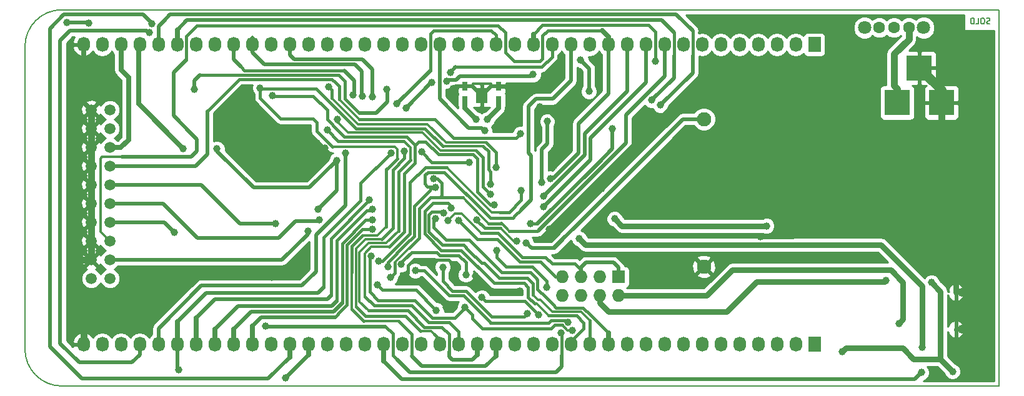
<source format=gbr>
G04 #@! TF.FileFunction,Copper,L2,Bot,Signal*
%FSLAX46Y46*%
G04 Gerber Fmt 4.6, Leading zero omitted, Abs format (unit mm)*
G04 Created by KiCad (PCBNEW (2015-01-16 BZR 5376)-product) date 7/24/2015 3:20:05 PM*
%MOMM*%
G01*
G04 APERTURE LIST*
%ADD10C,0.100000*%
%ADD11C,0.190500*%
%ADD12C,0.150000*%
%ADD13C,1.000760*%
%ADD14R,1.600000X2.000000*%
%ADD15C,1.948180*%
%ADD16R,0.750000X1.200000*%
%ADD17R,3.500120X3.500120*%
%ADD18R,1.727200X2.032000*%
%ADD19O,1.727200X2.032000*%
%ADD20C,1.506220*%
%ADD21R,1.727200X1.727200*%
%ADD22O,1.727200X1.727200*%
%ADD23C,1.600000*%
%ADD24C,1.800000*%
%ADD25O,1.200000X1.250000*%
%ADD26C,1.000000*%
%ADD27C,0.304800*%
%ADD28C,0.381000*%
%ADD29C,0.508000*%
%ADD30C,0.762000*%
%ADD31C,0.635000*%
%ADD32C,0.889000*%
%ADD33C,1.270000*%
%ADD34C,0.254000*%
G04 APERTURE END LIST*
D10*
D11*
X189774285Y-42853429D02*
X189665428Y-42889714D01*
X189483999Y-42889714D01*
X189411428Y-42853429D01*
X189375142Y-42817143D01*
X189338857Y-42744571D01*
X189338857Y-42672000D01*
X189375142Y-42599429D01*
X189411428Y-42563143D01*
X189483999Y-42526857D01*
X189629142Y-42490571D01*
X189701714Y-42454286D01*
X189737999Y-42418000D01*
X189774285Y-42345429D01*
X189774285Y-42272857D01*
X189737999Y-42200286D01*
X189701714Y-42164000D01*
X189629142Y-42127714D01*
X189447714Y-42127714D01*
X189338857Y-42164000D01*
X188867143Y-42127714D02*
X188722000Y-42127714D01*
X188649428Y-42164000D01*
X188576857Y-42236571D01*
X188540571Y-42381714D01*
X188540571Y-42635714D01*
X188576857Y-42780857D01*
X188649428Y-42853429D01*
X188722000Y-42889714D01*
X188867143Y-42889714D01*
X188939714Y-42853429D01*
X189012285Y-42780857D01*
X189048571Y-42635714D01*
X189048571Y-42381714D01*
X189012285Y-42236571D01*
X188939714Y-42164000D01*
X188867143Y-42127714D01*
X187851142Y-42889714D02*
X188213999Y-42889714D01*
X188213999Y-42127714D01*
X187597142Y-42889714D02*
X187597142Y-42127714D01*
X187415714Y-42127714D01*
X187306857Y-42164000D01*
X187234285Y-42236571D01*
X187198000Y-42309143D01*
X187161714Y-42454286D01*
X187161714Y-42563143D01*
X187198000Y-42708286D01*
X187234285Y-42780857D01*
X187306857Y-42853429D01*
X187415714Y-42889714D01*
X187597142Y-42889714D01*
D12*
X64000000Y-92000000D02*
X191000000Y-92000000D01*
X59000000Y-46000000D02*
X59000000Y-87000000D01*
X64000000Y-41000000D02*
X191000000Y-41000000D01*
X59000000Y-87000000D02*
G75*
G03X64000000Y-92000000I5000000J0D01*
G01*
X64000000Y-41000000D02*
G75*
G03X59000000Y-46000000I0J-5000000D01*
G01*
X191000000Y-41000000D02*
X191000000Y-92000000D01*
D13*
X121653300Y-55880000D03*
X120154700Y-55880000D03*
D14*
X120904000Y-52630000D03*
D15*
X151003000Y-55819040D03*
X151003000Y-75819000D03*
D16*
X123190000Y-53274000D03*
X123190000Y-51374000D03*
X118618000Y-53274000D03*
X118618000Y-51374000D03*
D17*
X177187860Y-53594000D03*
X183187340Y-53594000D03*
X180187600Y-48895000D03*
D18*
X165989000Y-86360000D03*
D19*
X163449000Y-86360000D03*
X160909000Y-86360000D03*
X158369000Y-86360000D03*
X155829000Y-86360000D03*
X153289000Y-86360000D03*
X150749000Y-86360000D03*
X148209000Y-86360000D03*
X145669000Y-86360000D03*
X143129000Y-86360000D03*
X140589000Y-86360000D03*
X138049000Y-86360000D03*
X135509000Y-86360000D03*
X132969000Y-86360000D03*
X130429000Y-86360000D03*
X127889000Y-86360000D03*
X125349000Y-86360000D03*
X122809000Y-86360000D03*
X120269000Y-86360000D03*
X117729000Y-86360000D03*
X115189000Y-86360000D03*
X112649000Y-86360000D03*
X110109000Y-86360000D03*
X107569000Y-86360000D03*
X105029000Y-86360000D03*
X102489000Y-86360000D03*
X99949000Y-86360000D03*
X97409000Y-86360000D03*
X94869000Y-86360000D03*
X92329000Y-86360000D03*
X89789000Y-86360000D03*
X87249000Y-86360000D03*
X84709000Y-86360000D03*
X82169000Y-86360000D03*
X79629000Y-86360000D03*
X77089000Y-86360000D03*
X74549000Y-86360000D03*
X72009000Y-86360000D03*
X69469000Y-86360000D03*
X66929000Y-86360000D03*
D20*
X70520000Y-77430000D03*
X67980000Y-77430000D03*
X70520000Y-74890000D03*
X67980000Y-74890000D03*
X70520000Y-72350000D03*
X67980000Y-72350000D03*
X70520000Y-69810000D03*
X67980000Y-69810000D03*
X70520000Y-67270000D03*
X67980000Y-67270000D03*
X70520000Y-64730000D03*
X67980000Y-64730000D03*
X70520000Y-62190000D03*
X67980000Y-62190000D03*
X70520000Y-59650000D03*
X67980000Y-59650000D03*
X70520000Y-57110000D03*
X67980000Y-57110000D03*
X70520000Y-54570000D03*
X67980000Y-54570000D03*
D18*
X165989000Y-45720000D03*
D19*
X163449000Y-45720000D03*
X160909000Y-45720000D03*
X158369000Y-45720000D03*
X155829000Y-45720000D03*
X153289000Y-45720000D03*
X150749000Y-45720000D03*
X148209000Y-45720000D03*
X145669000Y-45720000D03*
X143129000Y-45720000D03*
X140589000Y-45720000D03*
X138049000Y-45720000D03*
X135509000Y-45720000D03*
X132969000Y-45720000D03*
X130429000Y-45720000D03*
X127889000Y-45720000D03*
X125349000Y-45720000D03*
X122809000Y-45720000D03*
X120269000Y-45720000D03*
X117729000Y-45720000D03*
X115189000Y-45720000D03*
X112649000Y-45720000D03*
X110109000Y-45720000D03*
X107569000Y-45720000D03*
X105029000Y-45720000D03*
X102489000Y-45720000D03*
X99949000Y-45720000D03*
X97409000Y-45720000D03*
X94869000Y-45720000D03*
X92329000Y-45720000D03*
X89789000Y-45720000D03*
X87249000Y-45720000D03*
X84709000Y-45720000D03*
X82169000Y-45720000D03*
X79629000Y-45720000D03*
X77089000Y-45720000D03*
X74549000Y-45720000D03*
X72009000Y-45720000D03*
X69469000Y-45720000D03*
X66929000Y-45720000D03*
D21*
X139446000Y-77216000D03*
D22*
X139446000Y-79756000D03*
X136906000Y-77216000D03*
X136906000Y-79756000D03*
X134366000Y-77216000D03*
X134366000Y-79756000D03*
X131826000Y-77216000D03*
X131826000Y-79756000D03*
D23*
X178784000Y-43434000D03*
X176784000Y-43434000D03*
X174784000Y-43434000D03*
D24*
X172784000Y-43434000D03*
X180784000Y-43434000D03*
D25*
X186000000Y-84308800D03*
X186000000Y-79308800D03*
D26*
X126913640Y-72588120D03*
X158699200Y-71805800D03*
X128803400Y-54188360D03*
X130713480Y-62143640D03*
X137144760Y-65211960D03*
X184150000Y-67564000D03*
X168148000Y-61722000D03*
X160972500Y-55499000D03*
X117030500Y-51689000D03*
X92461080Y-77297280D03*
X97094040Y-57277000D03*
X91170760Y-63032640D03*
X99623880Y-59781440D03*
X116108480Y-81356200D03*
X109976920Y-77627480D03*
X129880360Y-51810920D03*
X130027680Y-70764400D03*
X120050560Y-77089000D03*
X126085600Y-79108300D03*
X129032000Y-64389000D03*
X129794000Y-56134000D03*
X135445500Y-52070000D03*
X134302500Y-47815500D03*
X127876300Y-49784000D03*
X116141500Y-50673000D03*
X98704400Y-68046600D03*
X105918000Y-74383900D03*
X118633240Y-81300320D03*
X133212840Y-84429600D03*
X138922760Y-69326760D03*
X159512000Y-70286880D03*
X138623040Y-57089040D03*
X127477520Y-70027800D03*
X81940400Y-51790600D03*
X108000800Y-51810920D03*
X101249480Y-61401960D03*
X85039200Y-59862720D03*
X122809000Y-62357000D03*
X100177600Y-51447700D03*
X110007400Y-75526900D03*
X80467200Y-59791600D03*
X118745000Y-76926440D03*
X181864000Y-77978000D03*
X184721500Y-90043000D03*
X169773600Y-87325200D03*
X127101600Y-82156300D03*
X115633500Y-75882500D03*
X112763300Y-60261500D03*
X119189500Y-61658500D03*
X109410500Y-53721000D03*
X128574800Y-82346800D03*
X120929400Y-79984600D03*
X122936000Y-73596500D03*
X129730500Y-78638400D03*
X114617500Y-69278500D03*
X115697000Y-68516500D03*
X116776500Y-67881500D03*
X125603000Y-72390000D03*
X120230900Y-69507100D03*
X122047000Y-64643000D03*
X90876120Y-51572160D03*
X99987100Y-57315100D03*
X122110500Y-66040000D03*
X101346000Y-55880000D03*
X122555000Y-67437000D03*
X92567760Y-52608480D03*
X110401100Y-60172600D03*
X106121200Y-52781200D03*
X134112000Y-72021700D03*
X180492400Y-90170000D03*
X180594000Y-86741000D03*
X94310200Y-90906600D03*
X67678300Y-42837100D03*
X64706500Y-42684700D03*
X76225400Y-42900600D03*
X106045000Y-70739000D03*
X106045000Y-69469000D03*
X106045000Y-68072000D03*
X105664000Y-66802000D03*
X108585000Y-60426600D03*
X79806800Y-89763600D03*
X102412800Y-60426600D03*
X75819000Y-44094400D03*
X103428800Y-52547520D03*
X104698800Y-52694840D03*
X97332800Y-71031100D03*
X108508800Y-77241400D03*
X114416840Y-63901320D03*
X130175000Y-63881000D03*
X131622800Y-84790280D03*
X79248000Y-71158100D03*
X91579700Y-83908900D03*
X129286000Y-67691000D03*
X98920300Y-69481700D03*
X129286000Y-66294000D03*
X106946700Y-75057000D03*
X126259400Y-65528000D03*
X92976700Y-69977000D03*
X114620040Y-65105280D03*
X108191300Y-75819000D03*
X126141480Y-57835800D03*
X110617000Y-54292500D03*
X114109500Y-50863500D03*
X116649500Y-49466500D03*
X132588000Y-83337400D03*
X144399000Y-47942500D03*
X111887000Y-76377800D03*
X121285000Y-57404000D03*
X143916400Y-53263800D03*
X145110200Y-53924200D03*
X116332000Y-69596000D03*
X177419000Y-83502500D03*
X117729000Y-69532500D03*
X175641000Y-77724000D03*
X114744500Y-81737200D03*
X106768900Y-78308200D03*
D27*
X119011700Y-88430100D02*
X117589300Y-88430100D01*
X131846320Y-72166480D02*
X131846320Y-72128380D01*
D28*
X130693160Y-73319640D02*
X131846320Y-72166480D01*
X127645160Y-73319640D02*
X130693160Y-73319640D01*
D29*
X133574790Y-70399910D02*
X133577330Y-70399910D01*
X131846320Y-72128380D02*
X133574790Y-70399910D01*
X133577330Y-70399910D02*
X148158200Y-55819040D01*
X148158200Y-55819040D02*
X151003000Y-55819040D01*
X130655060Y-73319640D02*
X131325620Y-72649080D01*
X131325620Y-72649080D02*
X131846320Y-72128380D01*
X127645160Y-73319640D02*
X130655060Y-73319640D01*
X126913640Y-72588120D02*
X127645160Y-73319640D01*
D30*
X183187340Y-53594000D02*
X183187340Y-66601340D01*
D31*
X183187340Y-66601340D02*
X184150000Y-67564000D01*
X168148000Y-61722000D02*
X169418000Y-60452000D01*
X169418000Y-60452000D02*
X179781200Y-60452000D01*
X183187340Y-57045860D02*
X183187340Y-53594000D01*
X179781200Y-60452000D02*
X183187340Y-57045860D01*
X158699200Y-71805800D02*
X163042600Y-71805800D01*
X168148000Y-66700400D02*
X168148000Y-61722000D01*
X163042600Y-71805800D02*
X168148000Y-66700400D01*
D29*
X131450080Y-56992520D02*
X131450080Y-56169560D01*
X129468880Y-54188360D02*
X128803400Y-54188360D01*
X131450080Y-56169560D02*
X129468880Y-54188360D01*
X131450080Y-61407040D02*
X131450080Y-56992520D01*
X130713480Y-62143640D02*
X131450080Y-61407040D01*
X97094040Y-57277000D02*
X97094040Y-59009280D01*
X97866200Y-59781440D02*
X99623880Y-59781440D01*
X97094040Y-59009280D02*
X97866200Y-59781440D01*
X136707880Y-64775080D02*
X136707880Y-64084200D01*
X137144760Y-65211960D02*
X136707880Y-64775080D01*
D32*
X183187340Y-66601340D02*
X184150000Y-67564000D01*
X183187340Y-57096660D02*
X183187340Y-53594000D01*
X169418000Y-60452000D02*
X179832000Y-60452000D01*
X179832000Y-60452000D02*
X183187340Y-57096660D01*
D33*
X183187340Y-53594000D02*
X183187340Y-51894740D01*
X183187340Y-51894740D02*
X180187600Y-48895000D01*
D27*
X122160000Y-51374000D02*
X120904000Y-52630000D01*
X119648000Y-51374000D02*
X120904000Y-52630000D01*
D32*
X67980000Y-54570000D02*
X67980000Y-57110000D01*
X67980000Y-57110000D02*
X67980000Y-59650000D01*
X67980000Y-59650000D02*
X67980000Y-62190000D01*
X67980000Y-62190000D02*
X67980000Y-64730000D01*
X67980000Y-64730000D02*
X67980000Y-67270000D01*
X67980000Y-67270000D02*
X67980000Y-69810000D01*
X67980000Y-69810000D02*
X67980000Y-72350000D01*
X67980000Y-72350000D02*
X67980000Y-74890000D01*
X66929000Y-83058000D02*
X65024000Y-81153000D01*
X65024000Y-81153000D02*
X65024000Y-76263500D01*
X65024000Y-76263500D02*
X66397500Y-74890000D01*
X66397500Y-74890000D02*
X67980000Y-74890000D01*
X66929000Y-86360000D02*
X66929000Y-83058000D01*
D31*
X66929000Y-49657000D02*
X66929000Y-45720000D01*
D30*
X185127460Y-68541460D02*
X184150000Y-67564000D01*
X185127460Y-79288900D02*
X185127460Y-68541460D01*
X167195500Y-61722000D02*
X160972500Y-55499000D01*
X168148000Y-61722000D02*
X167195500Y-61722000D01*
D29*
X117030500Y-51689000D02*
X117345500Y-51374000D01*
D31*
X66929000Y-49657000D02*
X66929000Y-45720000D01*
X66929000Y-53519000D02*
X67980000Y-54570000D01*
X66929000Y-45720000D02*
X66929000Y-53519000D01*
X66929000Y-84790280D02*
X68681600Y-83037680D01*
X68681600Y-83037680D02*
X76499720Y-83037680D01*
X76499720Y-83037680D02*
X83337400Y-76200000D01*
X83337400Y-76200000D02*
X91363800Y-76200000D01*
X91363800Y-76200000D02*
X92461080Y-77297280D01*
X66929000Y-86360000D02*
X66929000Y-84790280D01*
X97094040Y-57277000D02*
X91338400Y-63032640D01*
X91338400Y-63032640D02*
X91170760Y-63032640D01*
D27*
X109976920Y-77627480D02*
X109951520Y-77627480D01*
D28*
X112379760Y-77627480D02*
X109976920Y-77627480D01*
X116108480Y-81356200D02*
X112379760Y-77627480D01*
D29*
X129443440Y-51374000D02*
X129880360Y-51810920D01*
X123190000Y-51374000D02*
X129443440Y-51374000D01*
X130027680Y-70764400D02*
X136707880Y-64084200D01*
X136707880Y-64084200D02*
X147553680Y-53238400D01*
D30*
X158711900Y-53238400D02*
X160972500Y-55499000D01*
X147553680Y-53238400D02*
X158711900Y-53238400D01*
D28*
X120050560Y-77541120D02*
X119410480Y-78181200D01*
X119410480Y-78181200D02*
X117805200Y-78181200D01*
X117805200Y-78181200D02*
X117261640Y-77637640D01*
X117261640Y-77637640D02*
X117261640Y-75702160D01*
X117261640Y-75702160D02*
X116438680Y-74879200D01*
X116438680Y-74879200D02*
X113497360Y-74879200D01*
D27*
X113492280Y-74884280D02*
X113487200Y-74889360D01*
X113497360Y-74879200D02*
X113492280Y-74884280D01*
X120050560Y-77089000D02*
X120050560Y-77541120D01*
D28*
X111724440Y-74884280D02*
X110926880Y-75681840D01*
X110926880Y-75681840D02*
X110926880Y-76677520D01*
X110926880Y-76677520D02*
X109976920Y-77627480D01*
X113492280Y-74884280D02*
X111724440Y-74884280D01*
D27*
X120050560Y-77089000D02*
X120050560Y-77137260D01*
D28*
X122021600Y-79108300D02*
X126085600Y-79108300D01*
X120050560Y-77137260D02*
X122021600Y-79108300D01*
D29*
X117345500Y-51374000D02*
X117030500Y-51689000D01*
X118618000Y-51374000D02*
X117345500Y-51374000D01*
X119648000Y-51374000D02*
X120904000Y-52630000D01*
X118618000Y-51374000D02*
X119648000Y-51374000D01*
X122160000Y-51374000D02*
X120904000Y-52630000D01*
X123190000Y-51374000D02*
X122160000Y-51374000D01*
D31*
X123190000Y-54343300D02*
X121653300Y-55880000D01*
X123190000Y-53274000D02*
X123190000Y-54343300D01*
X118618000Y-54343300D02*
X120154700Y-55880000D01*
X118618000Y-53274000D02*
X118618000Y-54343300D01*
D27*
X129032000Y-64389000D02*
X129159000Y-64262000D01*
D29*
X129032000Y-59944000D02*
X129794000Y-59182000D01*
X129794000Y-59182000D02*
X129794000Y-56134000D01*
X129032000Y-64389000D02*
X129032000Y-59944000D01*
X135445500Y-48958500D02*
X135445500Y-52070000D01*
X134302500Y-47815500D02*
X135445500Y-48958500D01*
D27*
X127622300Y-50038000D02*
X127876300Y-49784000D01*
X127609600Y-50038000D02*
X127622300Y-50038000D01*
D29*
X117919500Y-50038000D02*
X127609600Y-50038000D01*
X117411500Y-50546000D02*
X117919500Y-50038000D01*
X116268500Y-50546000D02*
X117411500Y-50546000D01*
D27*
X116141500Y-50673000D02*
X116268500Y-50546000D01*
D29*
X101249480Y-65501520D02*
X101249480Y-61401960D01*
X98704400Y-68046600D02*
X101249480Y-65501520D01*
D28*
X105702100Y-74739500D02*
X105702100Y-74599800D01*
X118633240Y-81391760D02*
X117246400Y-82778600D01*
X117246400Y-82778600D02*
X114236500Y-82778600D01*
X114236500Y-82778600D02*
X111823500Y-80365600D01*
X111823500Y-80365600D02*
X106832400Y-80365600D01*
X106832400Y-80365600D02*
X105702100Y-79235300D01*
X105702100Y-79235300D02*
X105702100Y-74739500D01*
X118633240Y-81300320D02*
X118633240Y-81391760D01*
X105702100Y-74599800D02*
X105918000Y-74383900D01*
X119649240Y-82631280D02*
X119649240Y-82859880D01*
X118633240Y-81300320D02*
X119649240Y-82316320D01*
X119649240Y-82316320D02*
X119649240Y-82631280D01*
D27*
X132501640Y-84429600D02*
X133212840Y-84429600D01*
X131810760Y-83738720D02*
X132501640Y-84429600D01*
D28*
X130799840Y-83738720D02*
X131810760Y-83738720D01*
X130312160Y-84226400D02*
X130799840Y-83738720D01*
X121015760Y-84226400D02*
X130312160Y-84226400D01*
X119649240Y-82859880D02*
X121015760Y-84226400D01*
D30*
X138922760Y-69326760D02*
X139882880Y-70286880D01*
X139882880Y-70286880D02*
X159512000Y-70286880D01*
D27*
X136621520Y-61818520D02*
X136631680Y-61818520D01*
D29*
X128412240Y-70027800D02*
X136621520Y-61818520D01*
D28*
X127477520Y-70027800D02*
X128412240Y-70027800D01*
D29*
X138623040Y-59827160D02*
X138623040Y-57089040D01*
X136631680Y-61818520D02*
X138623040Y-59827160D01*
X81940400Y-50581560D02*
X81940400Y-51790600D01*
X82707480Y-49814480D02*
X81940400Y-50581560D01*
D28*
X101539040Y-49814480D02*
X82707480Y-49814480D01*
X102367080Y-50642520D02*
X101539040Y-49814480D01*
X102367080Y-53025040D02*
X102367080Y-50642520D01*
X104307640Y-54965600D02*
X102367080Y-53025040D01*
D29*
X106613960Y-54965600D02*
X104307640Y-54965600D01*
X108127800Y-53451760D02*
X106613960Y-54965600D01*
X108127800Y-51937920D02*
X108127800Y-53451760D01*
D28*
X108000800Y-51810920D02*
X108127800Y-51937920D01*
D29*
X101249480Y-61401960D02*
X97561400Y-65090040D01*
D28*
X85039200Y-60167520D02*
X85039200Y-59862720D01*
D29*
X89961720Y-65090040D02*
X85039200Y-60167520D01*
X97561400Y-65090040D02*
X89961720Y-65090040D01*
D27*
X122301000Y-59817000D02*
X122174000Y-59690000D01*
X122809000Y-62103000D02*
X122809000Y-61722000D01*
D28*
X122809000Y-60642500D02*
X122809000Y-60325000D01*
X122809000Y-61722000D02*
X122809000Y-60642500D01*
X122809000Y-60325000D02*
X122174000Y-59690000D01*
D27*
X122809000Y-61595000D02*
X122809000Y-61722000D01*
D28*
X122809000Y-62357000D02*
X122809000Y-61595000D01*
D31*
X72009000Y-49149000D02*
X72009000Y-45720000D01*
X73025000Y-50165000D02*
X72009000Y-49149000D01*
X73025000Y-58610500D02*
X73025000Y-50165000D01*
X71985500Y-59650000D02*
X73025000Y-58610500D01*
X70520000Y-59650000D02*
X71985500Y-59650000D01*
D28*
X100584000Y-52984400D02*
X100584000Y-51854100D01*
D27*
X121500900Y-59016900D02*
X120040400Y-59016900D01*
D28*
X122174000Y-59690000D02*
X121500900Y-59016900D01*
D27*
X116039900Y-59016900D02*
X113569750Y-56546750D01*
X120040400Y-59016900D02*
X116039900Y-59016900D01*
X104146350Y-56546750D02*
X100584000Y-52984400D01*
X113569750Y-56546750D02*
X104146350Y-56546750D01*
D28*
X100584000Y-51854100D02*
X100177600Y-51447700D01*
D27*
X114808000Y-73888600D02*
X113004600Y-73888600D01*
X111391700Y-73888600D02*
X110007400Y-75272900D01*
X110007400Y-75272900D02*
X110007400Y-75526900D01*
X112153700Y-73888600D02*
X111391700Y-73888600D01*
X113004600Y-73888600D02*
X112153700Y-73888600D01*
D31*
X74422000Y-45847000D02*
X74549000Y-45720000D01*
X80467200Y-59791600D02*
X74422000Y-53746400D01*
X74422000Y-53746400D02*
X74422000Y-45847000D01*
D28*
X111394240Y-73888600D02*
X110007400Y-75275440D01*
D27*
X110007400Y-75275440D02*
X110007400Y-75526900D01*
D28*
X114808000Y-73888600D02*
X111394240Y-73888600D01*
X118745000Y-75275440D02*
X117774720Y-74305160D01*
X117774720Y-74305160D02*
X115224560Y-74305160D01*
X115224560Y-74305160D02*
X114808000Y-73888600D01*
X118745000Y-76926440D02*
X118745000Y-75275440D01*
D30*
X183070500Y-79184500D02*
X181864000Y-77978000D01*
X183070500Y-88341200D02*
X183070500Y-79184500D01*
D31*
X183070500Y-88392000D02*
X183070500Y-88341200D01*
D30*
X184721500Y-90043000D02*
X183070500Y-88392000D01*
X169773600Y-87325200D02*
X170230800Y-86868000D01*
X170230800Y-86868000D02*
X177952400Y-86868000D01*
X177952400Y-86868000D02*
X179425600Y-88341200D01*
X179425600Y-88341200D02*
X183070500Y-88341200D01*
D32*
X177187860Y-53594000D02*
X177187860Y-51711860D01*
X178784000Y-44990000D02*
X178784000Y-43434000D01*
X176784000Y-46990000D02*
X178784000Y-44990000D01*
X176784000Y-51308000D02*
X176784000Y-46990000D01*
X177187860Y-51711860D02*
X176784000Y-51308000D01*
D28*
X126657100Y-82600800D02*
X122250200Y-82600800D01*
X127101600Y-82156300D02*
X126657100Y-82600800D01*
X122250200Y-82600800D02*
X118757700Y-79108300D01*
X116954300Y-79108300D02*
X115633500Y-77787500D01*
X115633500Y-77787500D02*
X115633500Y-75882500D01*
X118757700Y-79108300D02*
X116954300Y-79108300D01*
X119189500Y-61658500D02*
X114160300Y-61658500D01*
X114160300Y-61658500D02*
X112763300Y-60261500D01*
X122199400Y-43840400D02*
X122809000Y-44450000D01*
X114338100Y-43840400D02*
X122199400Y-43840400D01*
X113919000Y-44259500D02*
X114338100Y-43840400D01*
X113919000Y-49212500D02*
X113919000Y-44259500D01*
D29*
X109410500Y-53721000D02*
X113919000Y-49212500D01*
D28*
X122809000Y-44450000D02*
X122809000Y-45720000D01*
X128574800Y-82308700D02*
X127279400Y-81013300D01*
D27*
X128574800Y-82346800D02*
X128574800Y-82308700D01*
D28*
X120929400Y-79984600D02*
X121412000Y-80467200D01*
X121412000Y-80467200D02*
X126733300Y-80467200D01*
X126733300Y-80467200D02*
X127279400Y-81013300D01*
X125806200Y-75819000D02*
X127762000Y-75819000D01*
X129730500Y-77787500D02*
X129730500Y-78638400D01*
X127762000Y-75819000D02*
X129730500Y-77787500D01*
X122936000Y-74549000D02*
X124206000Y-75819000D01*
X124206000Y-75819000D02*
X125806200Y-75819000D01*
X122936000Y-73596500D02*
X122936000Y-74549000D01*
D27*
X135662670Y-82386170D02*
X135660130Y-82386170D01*
X130540760Y-80919320D02*
X130540760Y-80921860D01*
D28*
X130997960Y-81376520D02*
X130540760Y-80919320D01*
X134650480Y-81376520D02*
X130997960Y-81376520D01*
X135660130Y-82386170D02*
X134650480Y-81376520D01*
D27*
X129635250Y-80016350D02*
X129133600Y-79514700D01*
D28*
X130540760Y-80921860D02*
X129635250Y-80016350D01*
X135662670Y-82386170D02*
X138049000Y-84772500D01*
D31*
X138049000Y-84772500D02*
X138049000Y-86360000D01*
D28*
X118364000Y-72199500D02*
X118999000Y-72199500D01*
D27*
X118999000Y-72199500D02*
X118872000Y-72199500D01*
D28*
X116078000Y-72199500D02*
X118364000Y-72199500D01*
X114363500Y-70485000D02*
X116078000Y-72199500D01*
X114363500Y-69532500D02*
X114363500Y-70485000D01*
X114617500Y-69278500D02*
X114363500Y-69532500D01*
X121793000Y-74803000D02*
X119189500Y-72199500D01*
X123615450Y-76625450D02*
X125253750Y-76625450D01*
X121793000Y-74803000D02*
X123615450Y-76625450D01*
X129635250Y-80016350D02*
X128473200Y-78854300D01*
X128473200Y-78854300D02*
X128473200Y-77635100D01*
X127463550Y-76625450D02*
X128225550Y-77387450D01*
X125253750Y-76625450D02*
X127463550Y-76625450D01*
X128225550Y-77387450D02*
X128473200Y-77635100D01*
X118872000Y-72199500D02*
X119189500Y-72199500D01*
X121218960Y-75361800D02*
X120891300Y-75361800D01*
X123231910Y-77374750D02*
X121218960Y-75361800D01*
D27*
X130453130Y-81926430D02*
X134352030Y-81926430D01*
D28*
X135509000Y-83083400D02*
X135509000Y-86360000D01*
D27*
X134352030Y-81926430D02*
X135509000Y-83083400D01*
X128498600Y-80340200D02*
X127800100Y-79641700D01*
X128866900Y-80340200D02*
X128498600Y-80340200D01*
X130453130Y-81926430D02*
X128866900Y-80340200D01*
D28*
X113728500Y-71056500D02*
X115570000Y-72898000D01*
X115570000Y-68389500D02*
X114109500Y-68389500D01*
X115697000Y-68516500D02*
X115570000Y-68389500D01*
X115570000Y-72898000D02*
X118173500Y-72898000D01*
X119126000Y-73596500D02*
X120891300Y-75361800D01*
X118427500Y-72898000D02*
X119126000Y-73596500D01*
X118173500Y-72898000D02*
X117983000Y-72898000D01*
X114109500Y-68389500D02*
X113728500Y-68770500D01*
X113728500Y-68770500D02*
X113728500Y-71056500D01*
X127095250Y-77374750D02*
X127800100Y-78079600D01*
X127800100Y-78079600D02*
X127800100Y-79641700D01*
X123231910Y-77374750D02*
X127095250Y-77374750D01*
X118427500Y-72898000D02*
X119126000Y-73596500D01*
X117983000Y-72898000D02*
X118427500Y-72898000D01*
D27*
X132969000Y-86360000D02*
X132969000Y-85940900D01*
D28*
X113157000Y-71374000D02*
X115379500Y-73596500D01*
X115379500Y-73596500D02*
X117729000Y-73596500D01*
X127190500Y-78600300D02*
X127190500Y-79946500D01*
X126650750Y-78060550D02*
X127190500Y-78600300D01*
X118110000Y-73596500D02*
X122567700Y-78054200D01*
D27*
X129975610Y-82464910D02*
X128346200Y-80835500D01*
X128346200Y-80835500D02*
X128079500Y-80835500D01*
D28*
X128079500Y-80835500D02*
X127190500Y-79946500D01*
X132969000Y-85940900D02*
X133969760Y-84940140D01*
X133732270Y-82464910D02*
X134716520Y-83449160D01*
X134716520Y-83449160D02*
X134716520Y-84195920D01*
X134716520Y-84195920D02*
X133969760Y-84942680D01*
D27*
X133969760Y-84942680D02*
X133969760Y-84940140D01*
D28*
X129975610Y-82464910D02*
X133732270Y-82464910D01*
D27*
X124161550Y-78060550D02*
X124155200Y-78054200D01*
D28*
X124155200Y-78054200D02*
X122567700Y-78054200D01*
X124161550Y-78060550D02*
X126650750Y-78060550D01*
X117729000Y-73596500D02*
X118110000Y-73596500D01*
X116776500Y-67627500D02*
X116332000Y-67183000D01*
X116332000Y-67183000D02*
X114300000Y-67183000D01*
X114300000Y-67183000D02*
X113157000Y-68326000D01*
X113157000Y-68326000D02*
X113157000Y-71374000D01*
X116776500Y-67881500D02*
X116776500Y-67627500D01*
D27*
X125222000Y-72390000D02*
X125603000Y-72390000D01*
X123444000Y-70612000D02*
X125222000Y-72390000D01*
X120230900Y-69507100D02*
X120611900Y-69888100D01*
D28*
X120230900Y-69557900D02*
X121285000Y-70612000D01*
X121285000Y-70612000D02*
X123444000Y-70612000D01*
X120230900Y-69507100D02*
X120230900Y-69557900D01*
X107950000Y-62661800D02*
X108191300Y-62420500D01*
D27*
X106502200Y-71602600D02*
X106781600Y-71602600D01*
D28*
X107950000Y-70434200D02*
X107950000Y-62661800D01*
D27*
X106781600Y-71602600D02*
X107950000Y-70434200D01*
X106502200Y-71602600D02*
X104736900Y-71602600D01*
D28*
X103327200Y-73012300D02*
X103327200Y-76581000D01*
X104736900Y-71602600D02*
X103327200Y-73012300D01*
D29*
X115265200Y-89293700D02*
X112750600Y-89293700D01*
D31*
X122809000Y-86360000D02*
X122809000Y-87909400D01*
D29*
X121424700Y-89293700D02*
X115265200Y-89293700D01*
X122809000Y-87909400D02*
X121424700Y-89293700D01*
X112750600Y-89293700D02*
X111379000Y-87922100D01*
D28*
X111379000Y-87922100D02*
X111379000Y-84988400D01*
X111379000Y-84988400D02*
X109601000Y-83210400D01*
D27*
X109601000Y-83210400D02*
X104914700Y-83210400D01*
D28*
X104914700Y-83210400D02*
X103327200Y-81622900D01*
D27*
X103327200Y-81622900D02*
X103327200Y-76581000D01*
D28*
X113182400Y-57099200D02*
X103873300Y-57099200D01*
X121793000Y-62611000D02*
X121793000Y-60198000D01*
X121793000Y-60198000D02*
X121158000Y-59563000D01*
X122110500Y-62928500D02*
X121793000Y-62611000D01*
X122110500Y-64579500D02*
X122110500Y-62928500D01*
D27*
X122047000Y-64643000D02*
X122110500Y-64579500D01*
X93421200Y-51689000D02*
X93345000Y-51689000D01*
D28*
X98463100Y-51689000D02*
X93421200Y-51689000D01*
X103873300Y-57099200D02*
X98463100Y-51689000D01*
D27*
X121158000Y-59563000D02*
X121119900Y-59524900D01*
X121119900Y-59524900D02*
X115608100Y-59524900D01*
D28*
X115608100Y-59524900D02*
X113182400Y-57099200D01*
D27*
X98888550Y-57804050D02*
X98888550Y-57796430D01*
D28*
X90876120Y-52974240D02*
X90876120Y-51572160D01*
X93665040Y-55763160D02*
X90876120Y-52974240D01*
X98018600Y-55763160D02*
X93665040Y-55763160D01*
X98552000Y-56296560D02*
X98018600Y-55763160D01*
X98552000Y-57459880D02*
X98552000Y-56296560D01*
X98888550Y-57796430D02*
X98552000Y-57459880D01*
D27*
X109448600Y-61163200D02*
X109448600Y-59893200D01*
X109448600Y-59893200D02*
X109131100Y-59575700D01*
X109131100Y-59575700D02*
X100660200Y-59575700D01*
D28*
X100660200Y-59575700D02*
X99259390Y-58174890D01*
X108191300Y-62420500D02*
X109448600Y-61163200D01*
X99259390Y-58174890D02*
X98888550Y-57804050D01*
D27*
X90992960Y-51689000D02*
X90876120Y-51572160D01*
D28*
X93421200Y-51689000D02*
X90992960Y-51689000D01*
D27*
X111239300Y-60528200D02*
X111239300Y-61036200D01*
D28*
X101460300Y-58788300D02*
X99987100Y-57315100D01*
X110350300Y-58788300D02*
X101460300Y-58788300D01*
D27*
X111239300Y-59677300D02*
X110350300Y-58788300D01*
X111239300Y-60528200D02*
X111239300Y-59677300D01*
D28*
X116471700Y-85013800D02*
X115468400Y-84010500D01*
X115468400Y-84010500D02*
X113093500Y-84010500D01*
X113093500Y-84010500D02*
X110871000Y-81788000D01*
X110871000Y-81788000D02*
X105580180Y-81788000D01*
D27*
X105580180Y-81788000D02*
X104343202Y-80551022D01*
X104343202Y-80551022D02*
X104343202Y-75577700D01*
D28*
X116471700Y-85432900D02*
X116471700Y-85013800D01*
D27*
X104343202Y-73850498D02*
X105562400Y-72631300D01*
X105562400Y-72631300D02*
X107111800Y-72631300D01*
X104343202Y-75577700D02*
X104343202Y-73850498D01*
X107962700Y-72631300D02*
X109601000Y-70993000D01*
D28*
X109601000Y-70993000D02*
X109601000Y-62992000D01*
X109601000Y-62992000D02*
X111239300Y-61353700D01*
D27*
X111239300Y-61353700D02*
X111239300Y-61036200D01*
X107111800Y-72631300D02*
X107962700Y-72631300D01*
D28*
X116471700Y-87312500D02*
X116471700Y-85432900D01*
D27*
X120269000Y-86360000D02*
X120269000Y-87172800D01*
D28*
X121031000Y-63500000D02*
X121031000Y-61366400D01*
X121031000Y-64960500D02*
X121031000Y-63500000D01*
X122110500Y-66040000D02*
X121031000Y-64960500D01*
X121031000Y-60985400D02*
X120103900Y-60058300D01*
D27*
X120103900Y-60058300D02*
X115290600Y-60058300D01*
X115290600Y-60058300D02*
X114198400Y-58966100D01*
D28*
X121031000Y-61366400D02*
X121031000Y-60985400D01*
D27*
X101346000Y-56210200D02*
X102793800Y-57658000D01*
X102793800Y-57658000D02*
X112890300Y-57658000D01*
X112890300Y-57658000D02*
X114198400Y-58966100D01*
D28*
X101346000Y-55880000D02*
X101346000Y-56210200D01*
D29*
X120269000Y-87757000D02*
X119595900Y-88430100D01*
X119595900Y-88430100D02*
X116878100Y-88430100D01*
X116878100Y-88430100D02*
X116471700Y-88023700D01*
X116471700Y-88023700D02*
X116471700Y-87312500D01*
D31*
X120269000Y-86360000D02*
X120269000Y-87757000D01*
D28*
X117729000Y-86360000D02*
X117729000Y-84645500D01*
X110363000Y-63233300D02*
X111810800Y-61785500D01*
X110363000Y-71120000D02*
X110363000Y-63233300D01*
X108343700Y-73139300D02*
X110363000Y-71120000D01*
D27*
X105943400Y-73139300D02*
X108343700Y-73139300D01*
X105054400Y-74028300D02*
X105943400Y-73139300D01*
X105054400Y-79870300D02*
X105054400Y-74028300D01*
D28*
X106299000Y-81114900D02*
X105054400Y-79870300D01*
X111417100Y-81114900D02*
X106299000Y-81114900D01*
X113703100Y-83400900D02*
X111417100Y-81114900D01*
X116484400Y-83400900D02*
X113703100Y-83400900D01*
X117729000Y-84645500D02*
X116484400Y-83400900D01*
D27*
X111810800Y-59613800D02*
X111810800Y-59436000D01*
D28*
X112382300Y-58864500D02*
X113309400Y-58864500D01*
X111810800Y-59436000D02*
X112382300Y-58864500D01*
X110731300Y-58216800D02*
X111810800Y-59296300D01*
X101777800Y-57708800D02*
X102285800Y-58216800D01*
X102285800Y-58216800D02*
X110731300Y-58216800D01*
D27*
X111810800Y-59639200D02*
X111810800Y-59613800D01*
X111810800Y-59613800D02*
X111810800Y-59296300D01*
D28*
X111810800Y-59944000D02*
X111810800Y-59639200D01*
X111810800Y-61785500D02*
X111810800Y-59944000D01*
D27*
X117729000Y-86360000D02*
X117729000Y-85915500D01*
D28*
X122555000Y-67437000D02*
X122110500Y-67437000D01*
X120332500Y-61214000D02*
X119733300Y-60614800D01*
X120332500Y-65659000D02*
X120332500Y-61214000D01*
X122110500Y-67437000D02*
X120332500Y-65659000D01*
X119733300Y-60614800D02*
X115059700Y-60614800D01*
X115059700Y-60614800D02*
X113309400Y-58864500D01*
X102031800Y-57962800D02*
X101777800Y-57708800D01*
D27*
X92664280Y-52705000D02*
X92567760Y-52608480D01*
D28*
X101777800Y-57708800D02*
X101409500Y-57340500D01*
X101409500Y-57340500D02*
X99949000Y-55880000D01*
X99949000Y-55880000D02*
X99949000Y-54610000D01*
X99949000Y-54610000D02*
X98044000Y-52705000D01*
X98044000Y-52705000D02*
X95250000Y-52705000D01*
X95250000Y-52705000D02*
X92664280Y-52705000D01*
X111810800Y-59944000D02*
X111810800Y-59296300D01*
X108839000Y-62674500D02*
X110401100Y-61112400D01*
D27*
X106591100Y-72085202D02*
X107365798Y-72085202D01*
D28*
X110401100Y-61112400D02*
X110401100Y-60172600D01*
X108839000Y-70612000D02*
X108839000Y-62674500D01*
X107365798Y-72085202D02*
X108839000Y-70612000D01*
D27*
X115189000Y-86360000D02*
X115189000Y-85750400D01*
X114427000Y-84988400D02*
X114007900Y-84569300D01*
X115189000Y-85750400D02*
X114427000Y-84988400D01*
X103860600Y-81234280D02*
X103860600Y-80010000D01*
D28*
X105150920Y-82524600D02*
X103860600Y-81234280D01*
X110566200Y-82524600D02*
X105150920Y-82524600D01*
X112610900Y-84569300D02*
X110566200Y-82524600D01*
D27*
X114007900Y-84569300D02*
X112610900Y-84569300D01*
X105117898Y-72085202D02*
X106591100Y-72085202D01*
X103860600Y-73342500D02*
X105117898Y-72085202D01*
X103860600Y-80314800D02*
X103860600Y-80010000D01*
X103860600Y-80010000D02*
X103860600Y-73342500D01*
X100858320Y-47721520D02*
X100858320Y-47726600D01*
D29*
X104749600Y-47721520D02*
X100858320Y-47721520D01*
X106121200Y-49093120D02*
X104749600Y-47721520D01*
X100858320Y-47726600D02*
X95478600Y-47726600D01*
X95478600Y-47726600D02*
X94869000Y-47117000D01*
X94869000Y-47117000D02*
X94869000Y-45720000D01*
X106121200Y-52781200D02*
X106121200Y-49093120D01*
D28*
X114427000Y-84963000D02*
X114427000Y-84988400D01*
X115189000Y-85725000D02*
X114427000Y-84963000D01*
X115189000Y-86360000D02*
X115189000Y-85725000D01*
D31*
X107569000Y-86360000D02*
X107569000Y-88595200D01*
D29*
X179603400Y-91059000D02*
X180492400Y-90170000D01*
X110032800Y-91059000D02*
X179603400Y-91059000D01*
X107569000Y-88595200D02*
X110032800Y-91059000D01*
D27*
X135686800Y-72859900D02*
X135686800Y-72898000D01*
X135648700Y-72898000D02*
X135686800Y-72859900D01*
X134988300Y-72898000D02*
X135648700Y-72898000D01*
D30*
X134112000Y-72021700D02*
X134988300Y-72898000D01*
D29*
X180428900Y-90233500D02*
X180492400Y-90170000D01*
D30*
X180594000Y-86741000D02*
X180594000Y-78486000D01*
X175006000Y-72898000D02*
X161163000Y-72898000D01*
X180594000Y-78486000D02*
X175006000Y-72898000D01*
D27*
X161163000Y-72898000D02*
X161671000Y-72898000D01*
D30*
X135001000Y-72898000D02*
X135686800Y-72898000D01*
X135686800Y-72898000D02*
X161163000Y-72898000D01*
D29*
X107569000Y-88163400D02*
X107569000Y-86360000D01*
X97409000Y-87807800D02*
X94310200Y-90906600D01*
D31*
X97409000Y-86360000D02*
X97409000Y-87807800D01*
D28*
X67678300Y-42837100D02*
X67525900Y-42684700D01*
D29*
X67525900Y-42684700D02*
X64706500Y-42684700D01*
D28*
X76225400Y-42900600D02*
X76225400Y-42849800D01*
D29*
X62357000Y-43586400D02*
X62357000Y-45059600D01*
X64287400Y-41656000D02*
X62357000Y-43586400D01*
X75031600Y-41656000D02*
X64287400Y-41656000D01*
X76225400Y-42849800D02*
X75031600Y-41656000D01*
D31*
X94869000Y-86360000D02*
X94869000Y-88087200D01*
D29*
X94869000Y-88087200D02*
X91973400Y-90982800D01*
X91973400Y-90982800D02*
X66700400Y-90982800D01*
X66700400Y-90982800D02*
X62357000Y-86639400D01*
X62357000Y-86639400D02*
X62357000Y-45059600D01*
D28*
X102616000Y-81026000D02*
X102607068Y-81026000D01*
X102382934Y-81250134D02*
X102382934Y-81259066D01*
X102607068Y-81026000D02*
X102382934Y-81250134D01*
X106045000Y-70739000D02*
X104736900Y-70739000D01*
D27*
X102628700Y-81013300D02*
X102616000Y-81026000D01*
X102382934Y-81259066D02*
X102387400Y-81254600D01*
D28*
X102628700Y-72847200D02*
X102628700Y-81013300D01*
X104736900Y-70739000D02*
X102628700Y-72847200D01*
X101854000Y-81788000D02*
X100965000Y-82677000D01*
X102387400Y-81254600D02*
X101854000Y-81788000D01*
D31*
X89789000Y-83858100D02*
X89789000Y-86360000D01*
D29*
X90970100Y-82677000D02*
X89789000Y-83858100D01*
X100965000Y-82677000D02*
X90970100Y-82677000D01*
D28*
X106045000Y-69469000D02*
X105168700Y-69469000D01*
X101981000Y-72656700D02*
X101981000Y-73279000D01*
X105168700Y-69469000D02*
X101981000Y-72656700D01*
D31*
X87249000Y-84328000D02*
X87249000Y-86360000D01*
D28*
X101981000Y-73279000D02*
X101981000Y-80772000D01*
D29*
X101981000Y-80772000D02*
X100838000Y-81915000D01*
X100838000Y-81915000D02*
X89662000Y-81915000D01*
X89662000Y-81915000D02*
X87249000Y-84328000D01*
D31*
X84709000Y-84328000D02*
X84709000Y-86360000D01*
D28*
X106045000Y-68072000D02*
X105918000Y-68199000D01*
X105918000Y-68199000D02*
X105283000Y-68199000D01*
X105283000Y-68199000D02*
X101219000Y-72263000D01*
X101219000Y-72263000D02*
X101219000Y-80518000D01*
D29*
X101219000Y-80518000D02*
X100584000Y-81153000D01*
X100584000Y-81153000D02*
X87884000Y-81153000D01*
X87884000Y-81153000D02*
X84709000Y-84328000D01*
D31*
X82169000Y-82804000D02*
X82169000Y-86360000D01*
D28*
X105664000Y-66802000D02*
X100457000Y-72009000D01*
X100457000Y-72009000D02*
X100457000Y-79756000D01*
D29*
X100457000Y-79756000D02*
X99949000Y-80264000D01*
X99949000Y-80264000D02*
X84709000Y-80264000D01*
X84709000Y-80264000D02*
X82169000Y-82804000D01*
D31*
X79629000Y-86360000D02*
X79629000Y-83312000D01*
D28*
X104489250Y-64522350D02*
X104489250Y-66452750D01*
X108585000Y-60426600D02*
X104489250Y-64522350D01*
D27*
X104489250Y-66421000D02*
X104489250Y-66452750D01*
X104489250Y-66198750D02*
X104489250Y-66421000D01*
D29*
X79629000Y-89585800D02*
X79629000Y-86360000D01*
X79806800Y-89763600D02*
X79629000Y-89585800D01*
D28*
X99441000Y-71882000D02*
X99441000Y-72644000D01*
X104489250Y-66421000D02*
X104489250Y-66833750D01*
D29*
X98679000Y-79375000D02*
X83566000Y-79375000D01*
X99441000Y-78613000D02*
X98679000Y-79375000D01*
D28*
X99441000Y-72644000D02*
X99441000Y-78613000D01*
D29*
X83566000Y-79375000D02*
X79629000Y-83312000D01*
D28*
X104489250Y-66833750D02*
X99441000Y-71882000D01*
D29*
X82905600Y-78384400D02*
X96545400Y-78384400D01*
X96545400Y-78384400D02*
X98425000Y-76504800D01*
X98425000Y-76504800D02*
X98425000Y-71526400D01*
X77089000Y-84201000D02*
X82905600Y-78384400D01*
X102412800Y-67538600D02*
X98425000Y-71526400D01*
X102412800Y-60426600D02*
X102412800Y-67538600D01*
X77089000Y-86360000D02*
X77089000Y-84201000D01*
X74549000Y-86360000D02*
X74549000Y-87757000D01*
X63754000Y-86207600D02*
X63754000Y-45161200D01*
X66344800Y-88798400D02*
X63754000Y-86207600D01*
X73507600Y-88798400D02*
X66344800Y-88798400D01*
X74549000Y-87757000D02*
X73507600Y-88798400D01*
D28*
X75539600Y-43815000D02*
X75819000Y-44094400D01*
D29*
X65100200Y-43815000D02*
X75539600Y-43815000D01*
X63754000Y-45161200D02*
X65100200Y-43815000D01*
D27*
X103428800Y-52547520D02*
X103662480Y-52313840D01*
D29*
X103662480Y-52313840D02*
X103662480Y-50800000D01*
D27*
X103662480Y-50627280D02*
X103378000Y-50342800D01*
D28*
X100177600Y-49212500D02*
X88709500Y-49212500D01*
D29*
X103378000Y-50342800D02*
X102255320Y-49220120D01*
D28*
X102255320Y-49220120D02*
X100177600Y-49220120D01*
D27*
X100177600Y-49220120D02*
X100177600Y-49212500D01*
D28*
X88709500Y-49212500D02*
X88265000Y-48768000D01*
D29*
X87249000Y-47752000D02*
X87249000Y-45720000D01*
X103662480Y-50627280D02*
X103378000Y-50342800D01*
X103662480Y-50800000D02*
X103662480Y-50627280D01*
X87249000Y-47752000D02*
X88265000Y-48768000D01*
X89789000Y-44729400D02*
X89789000Y-45720000D01*
D27*
X104698800Y-52694840D02*
X104648000Y-52644040D01*
D29*
X104648000Y-52644040D02*
X104648000Y-49357280D01*
X89789000Y-46776640D02*
X89789000Y-45720000D01*
X91440000Y-48427640D02*
X89789000Y-46776640D01*
X103718360Y-48427640D02*
X91440000Y-48427640D01*
X104648000Y-49357280D02*
X103718360Y-48427640D01*
X78386300Y-74890000D02*
X70520000Y-74890000D01*
D27*
X115506500Y-66192400D02*
X115265200Y-66433700D01*
D28*
X109093000Y-76657200D02*
X108508800Y-77241400D01*
X112420400Y-67995800D02*
X112420400Y-71247000D01*
X113982500Y-66433700D02*
X112420400Y-67995800D01*
X115265200Y-66433700D02*
X113982500Y-66433700D01*
D27*
X111048800Y-73304400D02*
X109093000Y-75260200D01*
D28*
X109093000Y-75260200D02*
X109093000Y-76657200D01*
D29*
X97332800Y-71386700D02*
X93840300Y-74879200D01*
X93840300Y-74879200D02*
X78397100Y-74879200D01*
D27*
X78397100Y-74879200D02*
X78386300Y-74890000D01*
D29*
X97332800Y-71031100D02*
X97332800Y-71386700D01*
D27*
X115506500Y-64543940D02*
X115506500Y-66192400D01*
X114416840Y-63901320D02*
X114447320Y-63931800D01*
D28*
X114447320Y-63931800D02*
X114922300Y-63931800D01*
X114922300Y-63931800D02*
X115506500Y-64516000D01*
X115506500Y-64516000D02*
X115506500Y-66192400D01*
X112420400Y-71932800D02*
X111048800Y-73304400D01*
X112420400Y-71247000D02*
X112420400Y-71932800D01*
X128473200Y-70998080D02*
X128564640Y-70906640D01*
D34*
X120751600Y-68859400D02*
X120751602Y-68859400D01*
D27*
X123555760Y-69936360D02*
X123565920Y-69936360D01*
X123565920Y-69936360D02*
X124627640Y-70998080D01*
X120751600Y-68859400D02*
X118325900Y-66433700D01*
D28*
X118325900Y-66433700D02*
X115265200Y-66433700D01*
D34*
X120751602Y-68859400D02*
X121869202Y-69977000D01*
D28*
X121869202Y-69977000D02*
X123596400Y-69977000D01*
D27*
X123596400Y-69977000D02*
X123555760Y-69936360D01*
D29*
X140421360Y-55285640D02*
X145669000Y-50038000D01*
X145669000Y-45720000D02*
X145669000Y-50038000D01*
X128564640Y-70906640D02*
X136692640Y-62778640D01*
X136692640Y-62773560D02*
X140421360Y-59044840D01*
X140421360Y-59044840D02*
X140421360Y-55285640D01*
D27*
X136692640Y-62778640D02*
X136692640Y-62773560D01*
D28*
X124627640Y-70998080D02*
X128473200Y-70998080D01*
D29*
X133985000Y-58928000D02*
X133985000Y-56400700D01*
X133985000Y-60071000D02*
X133985000Y-58928000D01*
X138049000Y-52336700D02*
X133985000Y-56400700D01*
X138049000Y-45720000D02*
X138049000Y-52336700D01*
D31*
X138049000Y-44640500D02*
X137248900Y-43840400D01*
D28*
X137248900Y-43840400D02*
X129832100Y-43840400D01*
X129832100Y-43840400D02*
X129133600Y-44538900D01*
X129133600Y-44538900D02*
X129133600Y-47129700D01*
D27*
X129133600Y-47091600D02*
X129133600Y-47078900D01*
X129133600Y-47129700D02*
X129133600Y-47091600D01*
D31*
X138049000Y-45720000D02*
X138049000Y-44640500D01*
D28*
X80873600Y-44564300D02*
X80873600Y-47777400D01*
X82257900Y-43180000D02*
X80873600Y-44564300D01*
X123139200Y-43180000D02*
X82257900Y-43180000D01*
X124079000Y-44119800D02*
X123139200Y-43180000D01*
X124079000Y-46774100D02*
X124079000Y-44119800D01*
X125298200Y-47993300D02*
X124079000Y-46774100D01*
X128739900Y-47993300D02*
X125298200Y-47993300D01*
X129133600Y-47599600D02*
X128739900Y-47993300D01*
X129133600Y-47091600D02*
X129133600Y-47599600D01*
D27*
X80873600Y-57277000D02*
X82296000Y-58699400D01*
D29*
X82296000Y-58699400D02*
X82296000Y-60198000D01*
X82296000Y-60198000D02*
X81546700Y-60947300D01*
D27*
X72136000Y-60947300D02*
X69456300Y-60947300D01*
X69456300Y-60947300D02*
X69253100Y-61150500D01*
X69253100Y-61150500D02*
X69253100Y-71083100D01*
X69253100Y-71083100D02*
X70520000Y-72350000D01*
D29*
X82296000Y-58547000D02*
X79121000Y-55372000D01*
X79121000Y-55372000D02*
X79121000Y-49530000D01*
X79121000Y-49530000D02*
X80873600Y-47777400D01*
X82296000Y-58699400D02*
X82296000Y-58547000D01*
X72136000Y-60947300D02*
X81546700Y-60947300D01*
X130556000Y-63881000D02*
X133985000Y-60452000D01*
X133985000Y-60452000D02*
X133985000Y-60071000D01*
X130175000Y-63881000D02*
X130556000Y-63881000D01*
D28*
X131706620Y-87884000D02*
X131706620Y-84874100D01*
D27*
X131706620Y-88511380D02*
X131706620Y-87884000D01*
X131706620Y-84874100D02*
X131622800Y-84790280D01*
D29*
X92570300Y-83921600D02*
X91592400Y-83921600D01*
D28*
X108851700Y-84899500D02*
X107873800Y-83921600D01*
D29*
X107873800Y-83921600D02*
X92570300Y-83921600D01*
D28*
X108851700Y-85598000D02*
X108851700Y-84899500D01*
D29*
X77899900Y-69810000D02*
X70520000Y-69810000D01*
X79248000Y-71158100D02*
X77899900Y-69810000D01*
D27*
X91592400Y-83921600D02*
X91579700Y-83908900D01*
X108851700Y-85598000D02*
X108864400Y-85585300D01*
D28*
X108851700Y-87858600D02*
X108851700Y-85598000D01*
X109347000Y-88353900D02*
X108851700Y-87858600D01*
D27*
X122364500Y-90170000D02*
X111163100Y-90170000D01*
X111163100Y-90170000D02*
X109347000Y-88353900D01*
X131711700Y-88506300D02*
X131706620Y-88511380D01*
D29*
X135636000Y-60960000D02*
X135636000Y-58356500D01*
X135636000Y-58356500D02*
X143129000Y-50863500D01*
X143129000Y-50863500D02*
X143129000Y-45720000D01*
X129286000Y-67691000D02*
X135636000Y-61341000D01*
X135636000Y-61341000D02*
X135636000Y-60960000D01*
X131706620Y-89400380D02*
X130937000Y-90170000D01*
X130937000Y-90170000D02*
X111125000Y-90170000D01*
X111125000Y-90170000D02*
X109347000Y-88392000D01*
X109347000Y-88392000D02*
X109347000Y-88353900D01*
X131706620Y-87884000D02*
X131706620Y-89400380D01*
D27*
X97739200Y-69697600D02*
X97739200Y-69672200D01*
X97764600Y-69672200D02*
X97739200Y-69697600D01*
D29*
X98729800Y-69672200D02*
X97764600Y-69672200D01*
X98920300Y-69481700D02*
X98729800Y-69672200D01*
D27*
X140589000Y-46228000D02*
X140589000Y-45720000D01*
D29*
X134874000Y-60198000D02*
X134874000Y-58356500D01*
X129286000Y-66294000D02*
X134874000Y-60706000D01*
X134874000Y-60706000D02*
X134874000Y-60325000D01*
X140589000Y-52070000D02*
X134874000Y-57785000D01*
X134874000Y-57785000D02*
X134874000Y-58356500D01*
X140589000Y-45720000D02*
X140589000Y-52070000D01*
D28*
X107442000Y-75057000D02*
X106946700Y-75057000D01*
X111163100Y-71335900D02*
X107442000Y-75057000D01*
X111163100Y-64439100D02*
X111163100Y-71335900D01*
X113245200Y-62357000D02*
X111163100Y-64439100D01*
X116141504Y-62357000D02*
X113245200Y-62357000D01*
D27*
X122237504Y-68453000D02*
X116141504Y-62357000D01*
X123334400Y-68453000D02*
X122237504Y-68453000D01*
X97967800Y-69672200D02*
X97739200Y-69672200D01*
D29*
X97739200Y-69672200D02*
X95643700Y-69672200D01*
X77747500Y-67270000D02*
X70520000Y-67270000D01*
X82372200Y-71894700D02*
X77747500Y-67270000D01*
X93421200Y-71894700D02*
X82372200Y-71894700D01*
X95643700Y-69672200D02*
X93421200Y-71894700D01*
D28*
X126259400Y-66780600D02*
X124587000Y-68453000D01*
X124587000Y-68453000D02*
X123334400Y-68453000D01*
X126259400Y-65528000D02*
X126259400Y-66780600D01*
D27*
X114896900Y-63004700D02*
X114896900Y-63002160D01*
D28*
X115824000Y-63004700D02*
X114896900Y-63004700D01*
X121659650Y-68840350D02*
X115824000Y-63004700D01*
D29*
X127574040Y-66735960D02*
X127574040Y-60772040D01*
X128259840Y-53075840D02*
X128991360Y-53075840D01*
X127238760Y-54096920D02*
X128259840Y-53075840D01*
X127238760Y-60436760D02*
X127238760Y-54096920D01*
X127574040Y-60772040D02*
X127238760Y-60436760D01*
X128991360Y-53075840D02*
X130515360Y-53075840D01*
X130515360Y-53075840D02*
X132969000Y-50622200D01*
X132969000Y-50622200D02*
X132969000Y-45720000D01*
D27*
X132969000Y-45847000D02*
X132969000Y-45720000D01*
D34*
X126225300Y-68097400D02*
X126225300Y-68084700D01*
D28*
X125399800Y-68922900D02*
X126225300Y-68097400D01*
D34*
X125387100Y-68922900D02*
X125399800Y-68922900D01*
D29*
X126225300Y-68084700D02*
X127574040Y-66735960D01*
D27*
X114363500Y-64985900D02*
X113624360Y-65725040D01*
D28*
X111747300Y-67602100D02*
X111747300Y-71158100D01*
X113624360Y-65725040D02*
X111747300Y-67602100D01*
X92976700Y-69977000D02*
X92964000Y-69964300D01*
D29*
X92964000Y-69964300D02*
X88112600Y-69964300D01*
X82878300Y-64730000D02*
X70520000Y-64730000D01*
X88112600Y-69964300D02*
X82878300Y-64730000D01*
D27*
X114620040Y-65105280D02*
X114475260Y-64960500D01*
D28*
X113555780Y-64960500D02*
X113172240Y-64576960D01*
X113172240Y-64576960D02*
X113172240Y-63423800D01*
X113172240Y-63423800D02*
X113593880Y-63002160D01*
X113593880Y-63002160D02*
X114896900Y-63002160D01*
X114475260Y-64960500D02*
X113555780Y-64960500D01*
X114896900Y-63002160D02*
X115514120Y-63002160D01*
X114244120Y-65105280D02*
X113624360Y-65725040D01*
D27*
X114620040Y-65105280D02*
X114244120Y-65105280D01*
D28*
X108165900Y-75222100D02*
X108165900Y-75793600D01*
X110604300Y-72783700D02*
X108165900Y-75222100D01*
X108165900Y-75793600D02*
X108191300Y-75819000D01*
X111747300Y-71640700D02*
X110604300Y-72783700D01*
X111747300Y-71158100D02*
X111747300Y-71640700D01*
X121672350Y-68840350D02*
X122047000Y-69215000D01*
X122047000Y-69215000D02*
X125095000Y-69215000D01*
X125095000Y-69215000D02*
X125387100Y-68922900D01*
X121659650Y-68840350D02*
X121672350Y-68840350D01*
D27*
X123936760Y-58364120D02*
X123936760Y-58381900D01*
X123954540Y-58381900D02*
X123936760Y-58364120D01*
D28*
X125595380Y-58381900D02*
X123954540Y-58381900D01*
X126141480Y-57835800D02*
X125595380Y-58381900D01*
D29*
X82082000Y-62190000D02*
X70520000Y-62190000D01*
X83693000Y-60579000D02*
X82082000Y-62190000D01*
D28*
X100609400Y-50393600D02*
X93985080Y-50393600D01*
X101071680Y-50855880D02*
X100609400Y-50393600D01*
D27*
X104305100Y-55841900D02*
X102152450Y-53689250D01*
D28*
X123936760Y-58381900D02*
X117081300Y-58381900D01*
X117081300Y-58381900D02*
X114541300Y-55841900D01*
X114541300Y-55841900D02*
X104305100Y-55841900D01*
D27*
X102152450Y-53689250D02*
X102133400Y-53670200D01*
D28*
X88031320Y-50393600D02*
X83693000Y-54731920D01*
D29*
X83693000Y-54731920D02*
X83693000Y-60579000D01*
D28*
X93985080Y-50393600D02*
X88031320Y-50393600D01*
X101574600Y-53111400D02*
X101574600Y-51358800D01*
X101574600Y-51358800D02*
X101071680Y-50855880D01*
D27*
X102152450Y-53689250D02*
X101574600Y-53111400D01*
X110617000Y-54292500D02*
X114046000Y-50863500D01*
D29*
X116649500Y-49466500D02*
X117348000Y-48768000D01*
D28*
X117348000Y-48768000D02*
X129032000Y-48768000D01*
X129032000Y-48768000D02*
X130429000Y-47371000D01*
X130429000Y-47371000D02*
X130429000Y-45720000D01*
D29*
X114046000Y-50863500D02*
X110617000Y-54292500D01*
X114109500Y-50863500D02*
X114046000Y-50863500D01*
D28*
X128656080Y-83423760D02*
X129915920Y-83423760D01*
X129915920Y-83423760D02*
X130266440Y-83073240D01*
X127980440Y-83423760D02*
X128656080Y-83423760D01*
X127980440Y-83423760D02*
X122107960Y-83423760D01*
X118440200Y-79756000D02*
X122072400Y-83388200D01*
D27*
X122107960Y-83423760D02*
X122072400Y-83388200D01*
D28*
X130266440Y-83073240D02*
X132323840Y-83073240D01*
X132323840Y-83073240D02*
X132588000Y-83337400D01*
X129108200Y-43103800D02*
X127889000Y-44323000D01*
D31*
X127889000Y-44323000D02*
X127889000Y-45720000D01*
D28*
X144399000Y-47942500D02*
X144399000Y-44958000D01*
X144399000Y-44958000D02*
X144399000Y-44005500D01*
X144399000Y-44005500D02*
X143497300Y-43103800D01*
X143497300Y-43103800D02*
X129108200Y-43103800D01*
D27*
X111887000Y-76377800D02*
X112080040Y-76570840D01*
D28*
X113080800Y-76377800D02*
X116459000Y-79756000D01*
X116459000Y-79756000D02*
X118440200Y-79756000D01*
X111887000Y-76377800D02*
X113080800Y-76377800D01*
D29*
X115189000Y-53086000D02*
X115189000Y-45720000D01*
X119126000Y-57023000D02*
X115189000Y-53086000D01*
X120904000Y-57023000D02*
X119126000Y-57023000D01*
X121285000Y-57404000D02*
X120904000Y-57023000D01*
X79629000Y-43738800D02*
X80949800Y-42418000D01*
X80949800Y-42418000D02*
X84023200Y-42418000D01*
X145288000Y-42418000D02*
X84023200Y-42418000D01*
X146939000Y-44069000D02*
X145288000Y-42418000D01*
D28*
X146939000Y-47244000D02*
X146939000Y-44069000D01*
D29*
X143916400Y-53263800D02*
X146939000Y-50241200D01*
D31*
X79629000Y-45720000D02*
X79629000Y-43738800D01*
D29*
X146939000Y-50241200D02*
X146939000Y-47244000D01*
X77793850Y-42551350D02*
X78689200Y-41656000D01*
X77089000Y-43256200D02*
X77793850Y-42551350D01*
X147269200Y-41656000D02*
X78689200Y-41656000D01*
X149479000Y-43865800D02*
X147269200Y-41656000D01*
D28*
X149479000Y-47244000D02*
X149479000Y-43865800D01*
D29*
X145110200Y-53924200D02*
X149479000Y-49555400D01*
X77089000Y-45720000D02*
X77089000Y-43256200D01*
X149479000Y-49555400D02*
X149479000Y-47244000D01*
D27*
X116332000Y-69596000D02*
X117284500Y-68643500D01*
X117284500Y-68643500D02*
X118173500Y-68643500D01*
X118173500Y-68643500D02*
X120777000Y-71247000D01*
D28*
X120777000Y-71247000D02*
X123063000Y-71247000D01*
X123063000Y-71247000D02*
X126365000Y-74549000D01*
X130429000Y-75438000D02*
X133540500Y-75438000D01*
X133540500Y-75438000D02*
X134366000Y-76263500D01*
D27*
X134366000Y-76263500D02*
X134366000Y-77216000D01*
D29*
X134366000Y-75882500D02*
X135001000Y-75247500D01*
X135001000Y-75247500D02*
X138747500Y-75247500D01*
X138747500Y-75247500D02*
X139446000Y-75946000D01*
X139446000Y-75946000D02*
X139446000Y-77216000D01*
X134366000Y-77216000D02*
X134366000Y-75882500D01*
D28*
X129540000Y-74549000D02*
X130429000Y-75438000D01*
X126365000Y-74549000D02*
X129540000Y-74549000D01*
D30*
X177990500Y-77914500D02*
X176339500Y-76263500D01*
X176339500Y-76263500D02*
X154876500Y-76263500D01*
X154876500Y-76263500D02*
X151384000Y-79756000D01*
X151384000Y-79756000D02*
X139446000Y-79756000D01*
X177419000Y-83502500D02*
X177990500Y-82931000D01*
X177990500Y-82931000D02*
X177990500Y-79248000D01*
X177990500Y-79248000D02*
X177990500Y-77914500D01*
D28*
X117729000Y-69532500D02*
X120332500Y-72136000D01*
X120332500Y-72136000D02*
X122999500Y-72136000D01*
X122999500Y-72136000D02*
X126047500Y-75184000D01*
X128854200Y-75184000D02*
X130886200Y-77216000D01*
X130886200Y-77216000D02*
X131826000Y-77216000D01*
X126047500Y-75184000D02*
X128854200Y-75184000D01*
D29*
X175641000Y-77724000D02*
X175514000Y-77851000D01*
D30*
X175514000Y-77851000D02*
X169608500Y-77851000D01*
X158115000Y-77851000D02*
X154813000Y-81153000D01*
X169608500Y-77851000D02*
X158115000Y-77851000D01*
X136906000Y-80772000D02*
X138049000Y-81915000D01*
X138049000Y-81915000D02*
X154051000Y-81915000D01*
X154051000Y-81915000D02*
X154813000Y-81153000D01*
X136906000Y-79756000D02*
X136906000Y-80772000D01*
D27*
X108648500Y-78994000D02*
X108597700Y-78994000D01*
D28*
X112001300Y-78994000D02*
X108648500Y-78994000D01*
X114744500Y-81737200D02*
X112001300Y-78994000D01*
X107454700Y-78994000D02*
X106768900Y-78308200D01*
X108648500Y-78994000D02*
X107454700Y-78994000D01*
D34*
G36*
X97536000Y-76136564D02*
X96177164Y-77495400D01*
X82905600Y-77495400D01*
X82565395Y-77563070D01*
X82276982Y-77755782D01*
X76460382Y-83572382D01*
X76267671Y-83860794D01*
X76200000Y-84201000D01*
X76200000Y-85001546D01*
X76029330Y-85115585D01*
X75819000Y-85430365D01*
X75608670Y-85115585D01*
X75122489Y-84790729D01*
X74549000Y-84676655D01*
X73975511Y-84790729D01*
X73489330Y-85115585D01*
X73279000Y-85430365D01*
X73068670Y-85115585D01*
X72582489Y-84790729D01*
X72009000Y-84676655D01*
X71435511Y-84790729D01*
X70949330Y-85115585D01*
X70739000Y-85430365D01*
X70528670Y-85115585D01*
X70042489Y-84790729D01*
X69469000Y-84676655D01*
X68895511Y-84790729D01*
X68409330Y-85115585D01*
X68202539Y-85425069D01*
X67831036Y-85009268D01*
X67303791Y-84755291D01*
X67288026Y-84752642D01*
X67056000Y-84873783D01*
X67056000Y-86233000D01*
X67076000Y-86233000D01*
X67076000Y-86487000D01*
X67056000Y-86487000D01*
X67056000Y-86507000D01*
X66802000Y-86507000D01*
X66802000Y-86487000D01*
X66802000Y-86233000D01*
X66802000Y-84873783D01*
X66569974Y-84752642D01*
X66554209Y-84755291D01*
X66026964Y-85009268D01*
X65637046Y-85445680D01*
X65443816Y-85998087D01*
X65588076Y-86233000D01*
X66802000Y-86233000D01*
X66802000Y-86487000D01*
X65588076Y-86487000D01*
X65474912Y-86671276D01*
X64643000Y-85839364D01*
X64643000Y-45529436D01*
X65468436Y-44704000D01*
X65727893Y-44704000D01*
X65637046Y-44805680D01*
X65443816Y-45358087D01*
X65588076Y-45593000D01*
X66802000Y-45593000D01*
X66802000Y-45573000D01*
X67056000Y-45573000D01*
X67056000Y-45593000D01*
X67076000Y-45593000D01*
X67076000Y-45847000D01*
X67056000Y-45847000D01*
X67056000Y-47206217D01*
X67288026Y-47327358D01*
X67303791Y-47324709D01*
X67831036Y-47070732D01*
X68202539Y-46654930D01*
X68409330Y-46964415D01*
X68895511Y-47289271D01*
X69469000Y-47403345D01*
X70042489Y-47289271D01*
X70528670Y-46964415D01*
X70739000Y-46649634D01*
X70949330Y-46964415D01*
X71056500Y-47036023D01*
X71056500Y-49149000D01*
X71129005Y-49513506D01*
X71335481Y-49822519D01*
X72072500Y-50559538D01*
X72072500Y-58215962D01*
X71590962Y-58697500D01*
X71530534Y-58697500D01*
X71307328Y-58473904D01*
X71081257Y-58380030D01*
X71305274Y-58287469D01*
X71696096Y-57897328D01*
X71907869Y-57387324D01*
X71908351Y-56835099D01*
X71697469Y-56324726D01*
X71307328Y-55933904D01*
X71081257Y-55840030D01*
X71305274Y-55747469D01*
X71696096Y-55357328D01*
X71907869Y-54847324D01*
X71908351Y-54295099D01*
X71697469Y-53784726D01*
X71307328Y-53393904D01*
X70797324Y-53182131D01*
X70245099Y-53181649D01*
X69734726Y-53392531D01*
X69343904Y-53782672D01*
X69256617Y-53992880D01*
X69195035Y-53844207D01*
X68953772Y-53775834D01*
X68774166Y-53955439D01*
X68774166Y-53596228D01*
X68705793Y-53354965D01*
X68185572Y-53169704D01*
X67634054Y-53197627D01*
X67254207Y-53354965D01*
X67185834Y-53596228D01*
X67980000Y-54390395D01*
X68774166Y-53596228D01*
X68774166Y-53955439D01*
X68159605Y-54570000D01*
X68953772Y-55364166D01*
X69195035Y-55295793D01*
X69251935Y-55136015D01*
X69342531Y-55355274D01*
X69732672Y-55746096D01*
X69958742Y-55839969D01*
X69734726Y-55932531D01*
X69343904Y-56322672D01*
X69256617Y-56532880D01*
X69195035Y-56384207D01*
X68953772Y-56315834D01*
X68774166Y-56495439D01*
X68774166Y-56136228D01*
X68705793Y-55894965D01*
X68563088Y-55844145D01*
X68705793Y-55785035D01*
X68774166Y-55543772D01*
X67980000Y-54749605D01*
X67800395Y-54929210D01*
X67800395Y-54570000D01*
X67006228Y-53775834D01*
X66802000Y-53833711D01*
X66802000Y-47206217D01*
X66802000Y-45847000D01*
X65588076Y-45847000D01*
X65443816Y-46081913D01*
X65637046Y-46634320D01*
X66026964Y-47070732D01*
X66554209Y-47324709D01*
X66569974Y-47327358D01*
X66802000Y-47206217D01*
X66802000Y-53833711D01*
X66764965Y-53844207D01*
X66579704Y-54364428D01*
X66607627Y-54915946D01*
X66764965Y-55295793D01*
X67006228Y-55364166D01*
X67800395Y-54570000D01*
X67800395Y-54929210D01*
X67185834Y-55543772D01*
X67254207Y-55785035D01*
X67396911Y-55835854D01*
X67254207Y-55894965D01*
X67185834Y-56136228D01*
X67980000Y-56930395D01*
X68774166Y-56136228D01*
X68774166Y-56495439D01*
X68159605Y-57110000D01*
X68953772Y-57904166D01*
X69195035Y-57835793D01*
X69251935Y-57676015D01*
X69342531Y-57895274D01*
X69732672Y-58286096D01*
X69958742Y-58379969D01*
X69734726Y-58472531D01*
X69343904Y-58862672D01*
X69256617Y-59072880D01*
X69195035Y-58924207D01*
X68953772Y-58855834D01*
X68774166Y-59035439D01*
X68774166Y-58676228D01*
X68705793Y-58434965D01*
X68563088Y-58384145D01*
X68705793Y-58325035D01*
X68774166Y-58083772D01*
X67980000Y-57289605D01*
X67800395Y-57469210D01*
X67800395Y-57110000D01*
X67006228Y-56315834D01*
X66764965Y-56384207D01*
X66579704Y-56904428D01*
X66607627Y-57455946D01*
X66764965Y-57835793D01*
X67006228Y-57904166D01*
X67800395Y-57110000D01*
X67800395Y-57469210D01*
X67185834Y-58083772D01*
X67254207Y-58325035D01*
X67396911Y-58375854D01*
X67254207Y-58434965D01*
X67185834Y-58676228D01*
X67980000Y-59470395D01*
X68774166Y-58676228D01*
X68774166Y-59035439D01*
X68159605Y-59650000D01*
X68173747Y-59664142D01*
X67994142Y-59843747D01*
X67980000Y-59829605D01*
X67800395Y-60009210D01*
X67800395Y-59650000D01*
X67006228Y-58855834D01*
X66764965Y-58924207D01*
X66579704Y-59444428D01*
X66607627Y-59995946D01*
X66764965Y-60375793D01*
X67006228Y-60444166D01*
X67800395Y-59650000D01*
X67800395Y-60009210D01*
X67185834Y-60623772D01*
X67254207Y-60865035D01*
X67396911Y-60915854D01*
X67254207Y-60974965D01*
X67185834Y-61216228D01*
X67980000Y-62010395D01*
X67994142Y-61996252D01*
X68173747Y-62175857D01*
X68159605Y-62190000D01*
X68173747Y-62204142D01*
X67994142Y-62383747D01*
X67980000Y-62369605D01*
X67800395Y-62549210D01*
X67800395Y-62190000D01*
X67006228Y-61395834D01*
X66764965Y-61464207D01*
X66579704Y-61984428D01*
X66607627Y-62535946D01*
X66764965Y-62915793D01*
X67006228Y-62984166D01*
X67800395Y-62190000D01*
X67800395Y-62549210D01*
X67185834Y-63163772D01*
X67254207Y-63405035D01*
X67396911Y-63455854D01*
X67254207Y-63514965D01*
X67185834Y-63756228D01*
X67980000Y-64550395D01*
X67994142Y-64536252D01*
X68173747Y-64715857D01*
X68159605Y-64730000D01*
X68173747Y-64744142D01*
X67994142Y-64923747D01*
X67980000Y-64909605D01*
X67800395Y-65089210D01*
X67800395Y-64730000D01*
X67006228Y-63935834D01*
X66764965Y-64004207D01*
X66579704Y-64524428D01*
X66607627Y-65075946D01*
X66764965Y-65455793D01*
X67006228Y-65524166D01*
X67800395Y-64730000D01*
X67800395Y-65089210D01*
X67185834Y-65703772D01*
X67254207Y-65945035D01*
X67396911Y-65995854D01*
X67254207Y-66054965D01*
X67185834Y-66296228D01*
X67980000Y-67090395D01*
X67994142Y-67076252D01*
X68173747Y-67255857D01*
X68159605Y-67270000D01*
X68173747Y-67284142D01*
X67994142Y-67463747D01*
X67980000Y-67449605D01*
X67800395Y-67629210D01*
X67800395Y-67270000D01*
X67006228Y-66475834D01*
X66764965Y-66544207D01*
X66579704Y-67064428D01*
X66607627Y-67615946D01*
X66764965Y-67995793D01*
X67006228Y-68064166D01*
X67800395Y-67270000D01*
X67800395Y-67629210D01*
X67185834Y-68243772D01*
X67254207Y-68485035D01*
X67396911Y-68535854D01*
X67254207Y-68594965D01*
X67185834Y-68836228D01*
X67980000Y-69630395D01*
X67994142Y-69616252D01*
X68173747Y-69795857D01*
X68159605Y-69810000D01*
X68173747Y-69824142D01*
X67994142Y-70003747D01*
X67980000Y-69989605D01*
X67800395Y-70169210D01*
X67800395Y-69810000D01*
X67006228Y-69015834D01*
X66764965Y-69084207D01*
X66579704Y-69604428D01*
X66607627Y-70155946D01*
X66764965Y-70535793D01*
X67006228Y-70604166D01*
X67800395Y-69810000D01*
X67800395Y-70169210D01*
X67185834Y-70783772D01*
X67254207Y-71025035D01*
X67396911Y-71075854D01*
X67254207Y-71134965D01*
X67185834Y-71376228D01*
X67980000Y-72170395D01*
X67994142Y-72156252D01*
X68173747Y-72335857D01*
X68159605Y-72350000D01*
X68953772Y-73144166D01*
X69195035Y-73075793D01*
X69251935Y-72916015D01*
X69342531Y-73135274D01*
X69732672Y-73526096D01*
X69958742Y-73619969D01*
X69734726Y-73712531D01*
X69343904Y-74102672D01*
X69256617Y-74312880D01*
X69195035Y-74164207D01*
X68953772Y-74095834D01*
X68774166Y-74275439D01*
X68774166Y-73916228D01*
X68705793Y-73674965D01*
X68563088Y-73624145D01*
X68705793Y-73565035D01*
X68774166Y-73323772D01*
X67980000Y-72529605D01*
X67800395Y-72709210D01*
X67800395Y-72350000D01*
X67006228Y-71555834D01*
X66764965Y-71624207D01*
X66579704Y-72144428D01*
X66607627Y-72695946D01*
X66764965Y-73075793D01*
X67006228Y-73144166D01*
X67800395Y-72350000D01*
X67800395Y-72709210D01*
X67185834Y-73323772D01*
X67254207Y-73565035D01*
X67396911Y-73615854D01*
X67254207Y-73674965D01*
X67185834Y-73916228D01*
X67980000Y-74710395D01*
X68774166Y-73916228D01*
X68774166Y-74275439D01*
X68159605Y-74890000D01*
X68953772Y-75684166D01*
X69195035Y-75615793D01*
X69251935Y-75456015D01*
X69342531Y-75675274D01*
X69732672Y-76066096D01*
X69958742Y-76159969D01*
X69734726Y-76252531D01*
X69343904Y-76642672D01*
X69250030Y-76868742D01*
X69157469Y-76644726D01*
X68767328Y-76253904D01*
X68557119Y-76166617D01*
X68705793Y-76105035D01*
X68774166Y-75863772D01*
X67980000Y-75069605D01*
X67800395Y-75249210D01*
X67800395Y-74890000D01*
X67006228Y-74095834D01*
X66764965Y-74164207D01*
X66579704Y-74684428D01*
X66607627Y-75235946D01*
X66764965Y-75615793D01*
X67006228Y-75684166D01*
X67800395Y-74890000D01*
X67800395Y-75249210D01*
X67185834Y-75863772D01*
X67254207Y-76105035D01*
X67413984Y-76161935D01*
X67194726Y-76252531D01*
X66803904Y-76642672D01*
X66592131Y-77152676D01*
X66591649Y-77704901D01*
X66802531Y-78215274D01*
X67192672Y-78606096D01*
X67702676Y-78817869D01*
X68254901Y-78818351D01*
X68765274Y-78607469D01*
X69156096Y-78217328D01*
X69249969Y-77991257D01*
X69342531Y-78215274D01*
X69732672Y-78606096D01*
X70242676Y-78817869D01*
X70794901Y-78818351D01*
X71305274Y-78607469D01*
X71696096Y-78217328D01*
X71907869Y-77707324D01*
X71908351Y-77155099D01*
X71697469Y-76644726D01*
X71307328Y-76253904D01*
X71081257Y-76160030D01*
X71305274Y-76067469D01*
X71594246Y-75779000D01*
X78386300Y-75779000D01*
X78440595Y-75768200D01*
X93840300Y-75768200D01*
X94180505Y-75700529D01*
X94180506Y-75700529D01*
X94468918Y-75507818D01*
X97536000Y-72440736D01*
X97536000Y-76136564D01*
X97536000Y-76136564D01*
G37*
X97536000Y-76136564D02*
X96177164Y-77495400D01*
X82905600Y-77495400D01*
X82565395Y-77563070D01*
X82276982Y-77755782D01*
X76460382Y-83572382D01*
X76267671Y-83860794D01*
X76200000Y-84201000D01*
X76200000Y-85001546D01*
X76029330Y-85115585D01*
X75819000Y-85430365D01*
X75608670Y-85115585D01*
X75122489Y-84790729D01*
X74549000Y-84676655D01*
X73975511Y-84790729D01*
X73489330Y-85115585D01*
X73279000Y-85430365D01*
X73068670Y-85115585D01*
X72582489Y-84790729D01*
X72009000Y-84676655D01*
X71435511Y-84790729D01*
X70949330Y-85115585D01*
X70739000Y-85430365D01*
X70528670Y-85115585D01*
X70042489Y-84790729D01*
X69469000Y-84676655D01*
X68895511Y-84790729D01*
X68409330Y-85115585D01*
X68202539Y-85425069D01*
X67831036Y-85009268D01*
X67303791Y-84755291D01*
X67288026Y-84752642D01*
X67056000Y-84873783D01*
X67056000Y-86233000D01*
X67076000Y-86233000D01*
X67076000Y-86487000D01*
X67056000Y-86487000D01*
X67056000Y-86507000D01*
X66802000Y-86507000D01*
X66802000Y-86487000D01*
X66802000Y-86233000D01*
X66802000Y-84873783D01*
X66569974Y-84752642D01*
X66554209Y-84755291D01*
X66026964Y-85009268D01*
X65637046Y-85445680D01*
X65443816Y-85998087D01*
X65588076Y-86233000D01*
X66802000Y-86233000D01*
X66802000Y-86487000D01*
X65588076Y-86487000D01*
X65474912Y-86671276D01*
X64643000Y-85839364D01*
X64643000Y-45529436D01*
X65468436Y-44704000D01*
X65727893Y-44704000D01*
X65637046Y-44805680D01*
X65443816Y-45358087D01*
X65588076Y-45593000D01*
X66802000Y-45593000D01*
X66802000Y-45573000D01*
X67056000Y-45573000D01*
X67056000Y-45593000D01*
X67076000Y-45593000D01*
X67076000Y-45847000D01*
X67056000Y-45847000D01*
X67056000Y-47206217D01*
X67288026Y-47327358D01*
X67303791Y-47324709D01*
X67831036Y-47070732D01*
X68202539Y-46654930D01*
X68409330Y-46964415D01*
X68895511Y-47289271D01*
X69469000Y-47403345D01*
X70042489Y-47289271D01*
X70528670Y-46964415D01*
X70739000Y-46649634D01*
X70949330Y-46964415D01*
X71056500Y-47036023D01*
X71056500Y-49149000D01*
X71129005Y-49513506D01*
X71335481Y-49822519D01*
X72072500Y-50559538D01*
X72072500Y-58215962D01*
X71590962Y-58697500D01*
X71530534Y-58697500D01*
X71307328Y-58473904D01*
X71081257Y-58380030D01*
X71305274Y-58287469D01*
X71696096Y-57897328D01*
X71907869Y-57387324D01*
X71908351Y-56835099D01*
X71697469Y-56324726D01*
X71307328Y-55933904D01*
X71081257Y-55840030D01*
X71305274Y-55747469D01*
X71696096Y-55357328D01*
X71907869Y-54847324D01*
X71908351Y-54295099D01*
X71697469Y-53784726D01*
X71307328Y-53393904D01*
X70797324Y-53182131D01*
X70245099Y-53181649D01*
X69734726Y-53392531D01*
X69343904Y-53782672D01*
X69256617Y-53992880D01*
X69195035Y-53844207D01*
X68953772Y-53775834D01*
X68774166Y-53955439D01*
X68774166Y-53596228D01*
X68705793Y-53354965D01*
X68185572Y-53169704D01*
X67634054Y-53197627D01*
X67254207Y-53354965D01*
X67185834Y-53596228D01*
X67980000Y-54390395D01*
X68774166Y-53596228D01*
X68774166Y-53955439D01*
X68159605Y-54570000D01*
X68953772Y-55364166D01*
X69195035Y-55295793D01*
X69251935Y-55136015D01*
X69342531Y-55355274D01*
X69732672Y-55746096D01*
X69958742Y-55839969D01*
X69734726Y-55932531D01*
X69343904Y-56322672D01*
X69256617Y-56532880D01*
X69195035Y-56384207D01*
X68953772Y-56315834D01*
X68774166Y-56495439D01*
X68774166Y-56136228D01*
X68705793Y-55894965D01*
X68563088Y-55844145D01*
X68705793Y-55785035D01*
X68774166Y-55543772D01*
X67980000Y-54749605D01*
X67800395Y-54929210D01*
X67800395Y-54570000D01*
X67006228Y-53775834D01*
X66802000Y-53833711D01*
X66802000Y-47206217D01*
X66802000Y-45847000D01*
X65588076Y-45847000D01*
X65443816Y-46081913D01*
X65637046Y-46634320D01*
X66026964Y-47070732D01*
X66554209Y-47324709D01*
X66569974Y-47327358D01*
X66802000Y-47206217D01*
X66802000Y-53833711D01*
X66764965Y-53844207D01*
X66579704Y-54364428D01*
X66607627Y-54915946D01*
X66764965Y-55295793D01*
X67006228Y-55364166D01*
X67800395Y-54570000D01*
X67800395Y-54929210D01*
X67185834Y-55543772D01*
X67254207Y-55785035D01*
X67396911Y-55835854D01*
X67254207Y-55894965D01*
X67185834Y-56136228D01*
X67980000Y-56930395D01*
X68774166Y-56136228D01*
X68774166Y-56495439D01*
X68159605Y-57110000D01*
X68953772Y-57904166D01*
X69195035Y-57835793D01*
X69251935Y-57676015D01*
X69342531Y-57895274D01*
X69732672Y-58286096D01*
X69958742Y-58379969D01*
X69734726Y-58472531D01*
X69343904Y-58862672D01*
X69256617Y-59072880D01*
X69195035Y-58924207D01*
X68953772Y-58855834D01*
X68774166Y-59035439D01*
X68774166Y-58676228D01*
X68705793Y-58434965D01*
X68563088Y-58384145D01*
X68705793Y-58325035D01*
X68774166Y-58083772D01*
X67980000Y-57289605D01*
X67800395Y-57469210D01*
X67800395Y-57110000D01*
X67006228Y-56315834D01*
X66764965Y-56384207D01*
X66579704Y-56904428D01*
X66607627Y-57455946D01*
X66764965Y-57835793D01*
X67006228Y-57904166D01*
X67800395Y-57110000D01*
X67800395Y-57469210D01*
X67185834Y-58083772D01*
X67254207Y-58325035D01*
X67396911Y-58375854D01*
X67254207Y-58434965D01*
X67185834Y-58676228D01*
X67980000Y-59470395D01*
X68774166Y-58676228D01*
X68774166Y-59035439D01*
X68159605Y-59650000D01*
X68173747Y-59664142D01*
X67994142Y-59843747D01*
X67980000Y-59829605D01*
X67800395Y-60009210D01*
X67800395Y-59650000D01*
X67006228Y-58855834D01*
X66764965Y-58924207D01*
X66579704Y-59444428D01*
X66607627Y-59995946D01*
X66764965Y-60375793D01*
X67006228Y-60444166D01*
X67800395Y-59650000D01*
X67800395Y-60009210D01*
X67185834Y-60623772D01*
X67254207Y-60865035D01*
X67396911Y-60915854D01*
X67254207Y-60974965D01*
X67185834Y-61216228D01*
X67980000Y-62010395D01*
X67994142Y-61996252D01*
X68173747Y-62175857D01*
X68159605Y-62190000D01*
X68173747Y-62204142D01*
X67994142Y-62383747D01*
X67980000Y-62369605D01*
X67800395Y-62549210D01*
X67800395Y-62190000D01*
X67006228Y-61395834D01*
X66764965Y-61464207D01*
X66579704Y-61984428D01*
X66607627Y-62535946D01*
X66764965Y-62915793D01*
X67006228Y-62984166D01*
X67800395Y-62190000D01*
X67800395Y-62549210D01*
X67185834Y-63163772D01*
X67254207Y-63405035D01*
X67396911Y-63455854D01*
X67254207Y-63514965D01*
X67185834Y-63756228D01*
X67980000Y-64550395D01*
X67994142Y-64536252D01*
X68173747Y-64715857D01*
X68159605Y-64730000D01*
X68173747Y-64744142D01*
X67994142Y-64923747D01*
X67980000Y-64909605D01*
X67800395Y-65089210D01*
X67800395Y-64730000D01*
X67006228Y-63935834D01*
X66764965Y-64004207D01*
X66579704Y-64524428D01*
X66607627Y-65075946D01*
X66764965Y-65455793D01*
X67006228Y-65524166D01*
X67800395Y-64730000D01*
X67800395Y-65089210D01*
X67185834Y-65703772D01*
X67254207Y-65945035D01*
X67396911Y-65995854D01*
X67254207Y-66054965D01*
X67185834Y-66296228D01*
X67980000Y-67090395D01*
X67994142Y-67076252D01*
X68173747Y-67255857D01*
X68159605Y-67270000D01*
X68173747Y-67284142D01*
X67994142Y-67463747D01*
X67980000Y-67449605D01*
X67800395Y-67629210D01*
X67800395Y-67270000D01*
X67006228Y-66475834D01*
X66764965Y-66544207D01*
X66579704Y-67064428D01*
X66607627Y-67615946D01*
X66764965Y-67995793D01*
X67006228Y-68064166D01*
X67800395Y-67270000D01*
X67800395Y-67629210D01*
X67185834Y-68243772D01*
X67254207Y-68485035D01*
X67396911Y-68535854D01*
X67254207Y-68594965D01*
X67185834Y-68836228D01*
X67980000Y-69630395D01*
X67994142Y-69616252D01*
X68173747Y-69795857D01*
X68159605Y-69810000D01*
X68173747Y-69824142D01*
X67994142Y-70003747D01*
X67980000Y-69989605D01*
X67800395Y-70169210D01*
X67800395Y-69810000D01*
X67006228Y-69015834D01*
X66764965Y-69084207D01*
X66579704Y-69604428D01*
X66607627Y-70155946D01*
X66764965Y-70535793D01*
X67006228Y-70604166D01*
X67800395Y-69810000D01*
X67800395Y-70169210D01*
X67185834Y-70783772D01*
X67254207Y-71025035D01*
X67396911Y-71075854D01*
X67254207Y-71134965D01*
X67185834Y-71376228D01*
X67980000Y-72170395D01*
X67994142Y-72156252D01*
X68173747Y-72335857D01*
X68159605Y-72350000D01*
X68953772Y-73144166D01*
X69195035Y-73075793D01*
X69251935Y-72916015D01*
X69342531Y-73135274D01*
X69732672Y-73526096D01*
X69958742Y-73619969D01*
X69734726Y-73712531D01*
X69343904Y-74102672D01*
X69256617Y-74312880D01*
X69195035Y-74164207D01*
X68953772Y-74095834D01*
X68774166Y-74275439D01*
X68774166Y-73916228D01*
X68705793Y-73674965D01*
X68563088Y-73624145D01*
X68705793Y-73565035D01*
X68774166Y-73323772D01*
X67980000Y-72529605D01*
X67800395Y-72709210D01*
X67800395Y-72350000D01*
X67006228Y-71555834D01*
X66764965Y-71624207D01*
X66579704Y-72144428D01*
X66607627Y-72695946D01*
X66764965Y-73075793D01*
X67006228Y-73144166D01*
X67800395Y-72350000D01*
X67800395Y-72709210D01*
X67185834Y-73323772D01*
X67254207Y-73565035D01*
X67396911Y-73615854D01*
X67254207Y-73674965D01*
X67185834Y-73916228D01*
X67980000Y-74710395D01*
X68774166Y-73916228D01*
X68774166Y-74275439D01*
X68159605Y-74890000D01*
X68953772Y-75684166D01*
X69195035Y-75615793D01*
X69251935Y-75456015D01*
X69342531Y-75675274D01*
X69732672Y-76066096D01*
X69958742Y-76159969D01*
X69734726Y-76252531D01*
X69343904Y-76642672D01*
X69250030Y-76868742D01*
X69157469Y-76644726D01*
X68767328Y-76253904D01*
X68557119Y-76166617D01*
X68705793Y-76105035D01*
X68774166Y-75863772D01*
X67980000Y-75069605D01*
X67800395Y-75249210D01*
X67800395Y-74890000D01*
X67006228Y-74095834D01*
X66764965Y-74164207D01*
X66579704Y-74684428D01*
X66607627Y-75235946D01*
X66764965Y-75615793D01*
X67006228Y-75684166D01*
X67800395Y-74890000D01*
X67800395Y-75249210D01*
X67185834Y-75863772D01*
X67254207Y-76105035D01*
X67413984Y-76161935D01*
X67194726Y-76252531D01*
X66803904Y-76642672D01*
X66592131Y-77152676D01*
X66591649Y-77704901D01*
X66802531Y-78215274D01*
X67192672Y-78606096D01*
X67702676Y-78817869D01*
X68254901Y-78818351D01*
X68765274Y-78607469D01*
X69156096Y-78217328D01*
X69249969Y-77991257D01*
X69342531Y-78215274D01*
X69732672Y-78606096D01*
X70242676Y-78817869D01*
X70794901Y-78818351D01*
X71305274Y-78607469D01*
X71696096Y-78217328D01*
X71907869Y-77707324D01*
X71908351Y-77155099D01*
X71697469Y-76644726D01*
X71307328Y-76253904D01*
X71081257Y-76160030D01*
X71305274Y-76067469D01*
X71594246Y-75779000D01*
X78386300Y-75779000D01*
X78440595Y-75768200D01*
X93840300Y-75768200D01*
X94180505Y-75700529D01*
X94180506Y-75700529D01*
X94468918Y-75507818D01*
X97536000Y-72440736D01*
X97536000Y-76136564D01*
G36*
X100735675Y-60386187D02*
X100607394Y-60439193D01*
X100287835Y-60758195D01*
X100114677Y-61175204D01*
X100114585Y-61279618D01*
X97193164Y-64201040D01*
X90329956Y-64201040D01*
X86174041Y-60045125D01*
X86174397Y-59637945D01*
X86001967Y-59220634D01*
X85682965Y-58901075D01*
X85265956Y-58727917D01*
X84814425Y-58727523D01*
X84582000Y-58823559D01*
X84582000Y-55010354D01*
X88373254Y-51219100D01*
X89793763Y-51219100D01*
X89741317Y-51345404D01*
X89740923Y-51796935D01*
X89913353Y-52214246D01*
X90050620Y-52351752D01*
X90050620Y-52974240D01*
X90113457Y-53290146D01*
X90292403Y-53557957D01*
X93081320Y-56346873D01*
X93081323Y-56346877D01*
X93349134Y-56525822D01*
X93349135Y-56525823D01*
X93665040Y-56588660D01*
X97676666Y-56588660D01*
X97726500Y-56638493D01*
X97726500Y-57459880D01*
X97789337Y-57775786D01*
X97968283Y-58043597D01*
X98289486Y-58364799D01*
X98304833Y-58387767D01*
X98675673Y-58758607D01*
X100076484Y-60159417D01*
X100344295Y-60338363D01*
X100660200Y-60401201D01*
X100735675Y-60386187D01*
X100735675Y-60386187D01*
G37*
X100735675Y-60386187D02*
X100607394Y-60439193D01*
X100287835Y-60758195D01*
X100114677Y-61175204D01*
X100114585Y-61279618D01*
X97193164Y-64201040D01*
X90329956Y-64201040D01*
X86174041Y-60045125D01*
X86174397Y-59637945D01*
X86001967Y-59220634D01*
X85682965Y-58901075D01*
X85265956Y-58727917D01*
X84814425Y-58727523D01*
X84582000Y-58823559D01*
X84582000Y-55010354D01*
X88373254Y-51219100D01*
X89793763Y-51219100D01*
X89741317Y-51345404D01*
X89740923Y-51796935D01*
X89913353Y-52214246D01*
X90050620Y-52351752D01*
X90050620Y-52974240D01*
X90113457Y-53290146D01*
X90292403Y-53557957D01*
X93081320Y-56346873D01*
X93081323Y-56346877D01*
X93349134Y-56525822D01*
X93349135Y-56525823D01*
X93665040Y-56588660D01*
X97676666Y-56588660D01*
X97726500Y-56638493D01*
X97726500Y-57459880D01*
X97789337Y-57775786D01*
X97968283Y-58043597D01*
X98289486Y-58364799D01*
X98304833Y-58387767D01*
X98675673Y-58758607D01*
X100076484Y-60159417D01*
X100344295Y-60338363D01*
X100660200Y-60401201D01*
X100735675Y-60386187D01*
G36*
X114869364Y-75041569D02*
X114671855Y-75238735D01*
X114498697Y-75655744D01*
X114498303Y-76107275D01*
X114670733Y-76524586D01*
X114808000Y-76662092D01*
X114808000Y-76937566D01*
X113664517Y-75794083D01*
X113396706Y-75615137D01*
X113080800Y-75552300D01*
X112666672Y-75552300D01*
X112530765Y-75416155D01*
X112113756Y-75242997D01*
X111662225Y-75242603D01*
X111244914Y-75415033D01*
X111142409Y-75517359D01*
X111142592Y-75307681D01*
X111736174Y-74714100D01*
X114466066Y-74714100D01*
X114640843Y-74888877D01*
X114869364Y-75041569D01*
X114869364Y-75041569D01*
G37*
X114869364Y-75041569D02*
X114671855Y-75238735D01*
X114498697Y-75655744D01*
X114498303Y-76107275D01*
X114670733Y-76524586D01*
X114808000Y-76662092D01*
X114808000Y-76937566D01*
X113664517Y-75794083D01*
X113396706Y-75615137D01*
X113080800Y-75552300D01*
X112666672Y-75552300D01*
X112530765Y-75416155D01*
X112113756Y-75242997D01*
X111662225Y-75242603D01*
X111244914Y-75415033D01*
X111142409Y-75517359D01*
X111142592Y-75307681D01*
X111736174Y-74714100D01*
X114466066Y-74714100D01*
X114640843Y-74888877D01*
X114869364Y-75041569D01*
G36*
X117746781Y-80581500D02*
X117671595Y-80656555D01*
X117498437Y-81073564D01*
X117498187Y-81359378D01*
X116904466Y-81953100D01*
X115879312Y-81953100D01*
X115879697Y-81512425D01*
X115707267Y-81095114D01*
X115388265Y-80775555D01*
X114971256Y-80602397D01*
X114776960Y-80602227D01*
X112585017Y-78410283D01*
X112317206Y-78231337D01*
X112001300Y-78168500D01*
X109186615Y-78168500D01*
X109470445Y-77885165D01*
X109643603Y-77468156D01*
X109643772Y-77273860D01*
X109676713Y-77240919D01*
X109676717Y-77240917D01*
X109676717Y-77240916D01*
X109855663Y-76973105D01*
X109917581Y-76661822D01*
X110232175Y-76662097D01*
X110649486Y-76489667D01*
X110751990Y-76387340D01*
X110751803Y-76602575D01*
X110924233Y-77019886D01*
X111243235Y-77339445D01*
X111660244Y-77512603D01*
X112111775Y-77512997D01*
X112529086Y-77340567D01*
X112666592Y-77203300D01*
X112738866Y-77203300D01*
X115875280Y-80339713D01*
X115875283Y-80339717D01*
X116035824Y-80446986D01*
X116143094Y-80518663D01*
X116143095Y-80518663D01*
X116459000Y-80581500D01*
X117746781Y-80581500D01*
X117746781Y-80581500D01*
G37*
X117746781Y-80581500D02*
X117671595Y-80656555D01*
X117498437Y-81073564D01*
X117498187Y-81359378D01*
X116904466Y-81953100D01*
X115879312Y-81953100D01*
X115879697Y-81512425D01*
X115707267Y-81095114D01*
X115388265Y-80775555D01*
X114971256Y-80602397D01*
X114776960Y-80602227D01*
X112585017Y-78410283D01*
X112317206Y-78231337D01*
X112001300Y-78168500D01*
X109186615Y-78168500D01*
X109470445Y-77885165D01*
X109643603Y-77468156D01*
X109643772Y-77273860D01*
X109676713Y-77240919D01*
X109676717Y-77240917D01*
X109676717Y-77240916D01*
X109855663Y-76973105D01*
X109917581Y-76661822D01*
X110232175Y-76662097D01*
X110649486Y-76489667D01*
X110751990Y-76387340D01*
X110751803Y-76602575D01*
X110924233Y-77019886D01*
X111243235Y-77339445D01*
X111660244Y-77512603D01*
X112111775Y-77512997D01*
X112529086Y-77340567D01*
X112666592Y-77203300D01*
X112738866Y-77203300D01*
X115875280Y-80339713D01*
X115875283Y-80339717D01*
X116035824Y-80446986D01*
X116143094Y-80518663D01*
X116143095Y-80518663D01*
X116459000Y-80581500D01*
X117746781Y-80581500D01*
G36*
X117766748Y-51501002D02*
X117608000Y-51659750D01*
X117608000Y-52100309D01*
X117704673Y-52333698D01*
X117705955Y-52334980D01*
X117645623Y-52424360D01*
X117595560Y-52674000D01*
X117595560Y-53874000D01*
X117642537Y-54116123D01*
X117665500Y-54151079D01*
X117665500Y-54305264D01*
X116078000Y-52717764D01*
X116078000Y-51807945D01*
X116366275Y-51808197D01*
X116783586Y-51635767D01*
X116984703Y-51435000D01*
X117411500Y-51435000D01*
X117608000Y-51395913D01*
X117608000Y-51501002D01*
X117766748Y-51501002D01*
X117766748Y-51501002D01*
G37*
X117766748Y-51501002D02*
X117608000Y-51659750D01*
X117608000Y-52100309D01*
X117704673Y-52333698D01*
X117705955Y-52334980D01*
X117645623Y-52424360D01*
X117595560Y-52674000D01*
X117595560Y-53874000D01*
X117642537Y-54116123D01*
X117665500Y-54151079D01*
X117665500Y-54305264D01*
X116078000Y-52717764D01*
X116078000Y-51807945D01*
X116366275Y-51808197D01*
X116783586Y-51635767D01*
X116984703Y-51435000D01*
X117411500Y-51435000D01*
X117608000Y-51395913D01*
X117608000Y-51501002D01*
X117766748Y-51501002D01*
G36*
X118765000Y-51501000D02*
X118745000Y-51501000D01*
X118745000Y-51521000D01*
X118491000Y-51521000D01*
X118491000Y-51501000D01*
X118471000Y-51501000D01*
X118471000Y-51247000D01*
X118491000Y-51247000D01*
X118491000Y-51227000D01*
X118745000Y-51227000D01*
X118745000Y-51247000D01*
X118765000Y-51247000D01*
X118765000Y-51501000D01*
X118765000Y-51501000D01*
G37*
X118765000Y-51501000D02*
X118745000Y-51501000D01*
X118745000Y-51521000D01*
X118491000Y-51521000D01*
X118491000Y-51501000D01*
X118471000Y-51501000D01*
X118471000Y-51247000D01*
X118491000Y-51247000D01*
X118491000Y-51227000D01*
X118745000Y-51227000D01*
X118745000Y-51247000D01*
X118765000Y-51247000D01*
X118765000Y-51501000D01*
G36*
X122338748Y-51246998D02*
X122219023Y-51246998D01*
X122063698Y-51091673D01*
X121830309Y-50995000D01*
X121189750Y-50995000D01*
X121031000Y-51153750D01*
X121031000Y-52503000D01*
X121051000Y-52503000D01*
X121051000Y-52757000D01*
X121031000Y-52757000D01*
X121031000Y-54106250D01*
X121189750Y-54265000D01*
X121830309Y-54265000D01*
X121985575Y-54200686D01*
X121441826Y-54744435D01*
X121428450Y-54744424D01*
X121010999Y-54916911D01*
X120904093Y-55023629D01*
X120798681Y-54918033D01*
X120381532Y-54744818D01*
X120366542Y-54744804D01*
X119822424Y-54200686D01*
X119977691Y-54265000D01*
X120618250Y-54265000D01*
X120777000Y-54106250D01*
X120777000Y-52757000D01*
X120757000Y-52757000D01*
X120757000Y-52503000D01*
X120777000Y-52503000D01*
X120777000Y-51153750D01*
X120618250Y-50995000D01*
X119977691Y-50995000D01*
X119744302Y-51091673D01*
X119588976Y-51246998D01*
X119469252Y-51246998D01*
X119628000Y-51088250D01*
X119628000Y-50927000D01*
X122180000Y-50927000D01*
X122180000Y-51088250D01*
X122338748Y-51246998D01*
X122338748Y-51246998D01*
G37*
X122338748Y-51246998D02*
X122219023Y-51246998D01*
X122063698Y-51091673D01*
X121830309Y-50995000D01*
X121189750Y-50995000D01*
X121031000Y-51153750D01*
X121031000Y-52503000D01*
X121051000Y-52503000D01*
X121051000Y-52757000D01*
X121031000Y-52757000D01*
X121031000Y-54106250D01*
X121189750Y-54265000D01*
X121830309Y-54265000D01*
X121985575Y-54200686D01*
X121441826Y-54744435D01*
X121428450Y-54744424D01*
X121010999Y-54916911D01*
X120904093Y-55023629D01*
X120798681Y-54918033D01*
X120381532Y-54744818D01*
X120366542Y-54744804D01*
X119822424Y-54200686D01*
X119977691Y-54265000D01*
X120618250Y-54265000D01*
X120777000Y-54106250D01*
X120777000Y-52757000D01*
X120757000Y-52757000D01*
X120757000Y-52503000D01*
X120777000Y-52503000D01*
X120777000Y-51153750D01*
X120618250Y-50995000D01*
X119977691Y-50995000D01*
X119744302Y-51091673D01*
X119588976Y-51246998D01*
X119469252Y-51246998D01*
X119628000Y-51088250D01*
X119628000Y-50927000D01*
X122180000Y-50927000D01*
X122180000Y-51088250D01*
X122338748Y-51246998D01*
G36*
X126365000Y-79641700D02*
X122015788Y-79641700D01*
X121892167Y-79342514D01*
X121573165Y-79022955D01*
X121156156Y-78849797D01*
X120704625Y-78849403D01*
X120287314Y-79021833D01*
X120062794Y-79245960D01*
X119341417Y-78524583D01*
X119073606Y-78345637D01*
X118757700Y-78282800D01*
X117296233Y-78282800D01*
X116459000Y-77445566D01*
X116459000Y-76662172D01*
X116595145Y-76526265D01*
X116768303Y-76109256D01*
X116768697Y-75657725D01*
X116596267Y-75240414D01*
X116486704Y-75130660D01*
X117432786Y-75130660D01*
X117919500Y-75617374D01*
X117919500Y-76146767D01*
X117783355Y-76282675D01*
X117610197Y-76699684D01*
X117609803Y-77151215D01*
X117782233Y-77568526D01*
X118101235Y-77888085D01*
X118518244Y-78061243D01*
X118969775Y-78061637D01*
X119387086Y-77889207D01*
X119706645Y-77570205D01*
X119879803Y-77153196D01*
X119880197Y-76701665D01*
X119762229Y-76416163D01*
X121983983Y-78637917D01*
X122251795Y-78816863D01*
X122567700Y-78879701D01*
X122567700Y-78879700D01*
X122567705Y-78879700D01*
X124129626Y-78879700D01*
X124161550Y-78886050D01*
X126308816Y-78886050D01*
X126365000Y-78942233D01*
X126365000Y-79641700D01*
X126365000Y-79641700D01*
G37*
X126365000Y-79641700D02*
X122015788Y-79641700D01*
X121892167Y-79342514D01*
X121573165Y-79022955D01*
X121156156Y-78849797D01*
X120704625Y-78849403D01*
X120287314Y-79021833D01*
X120062794Y-79245960D01*
X119341417Y-78524583D01*
X119073606Y-78345637D01*
X118757700Y-78282800D01*
X117296233Y-78282800D01*
X116459000Y-77445566D01*
X116459000Y-76662172D01*
X116595145Y-76526265D01*
X116768303Y-76109256D01*
X116768697Y-75657725D01*
X116596267Y-75240414D01*
X116486704Y-75130660D01*
X117432786Y-75130660D01*
X117919500Y-75617374D01*
X117919500Y-76146767D01*
X117783355Y-76282675D01*
X117610197Y-76699684D01*
X117609803Y-77151215D01*
X117782233Y-77568526D01*
X118101235Y-77888085D01*
X118518244Y-78061243D01*
X118969775Y-78061637D01*
X119387086Y-77889207D01*
X119706645Y-77570205D01*
X119879803Y-77153196D01*
X119880197Y-76701665D01*
X119762229Y-76416163D01*
X121983983Y-78637917D01*
X122251795Y-78816863D01*
X122567700Y-78879701D01*
X122567700Y-78879700D01*
X122567705Y-78879700D01*
X124129626Y-78879700D01*
X124161550Y-78886050D01*
X126308816Y-78886050D01*
X126365000Y-78942233D01*
X126365000Y-79641700D01*
G36*
X132080000Y-50253964D02*
X130147124Y-52186840D01*
X128991360Y-52186840D01*
X128259840Y-52186840D01*
X127919634Y-52254511D01*
X127631222Y-52447222D01*
X126610142Y-53468302D01*
X126417431Y-53756714D01*
X126349760Y-54096920D01*
X126349760Y-56700980D01*
X125916705Y-56700603D01*
X125499394Y-56873033D01*
X125179835Y-57192035D01*
X125028536Y-57556400D01*
X123954540Y-57556400D01*
X123945650Y-57558168D01*
X123936760Y-57556400D01*
X122419867Y-57556400D01*
X122420197Y-57179225D01*
X122283392Y-56848133D01*
X122295601Y-56843089D01*
X122615267Y-56523981D01*
X122788482Y-56106832D01*
X122788495Y-56091842D01*
X123863519Y-55016819D01*
X124069995Y-54707806D01*
X124142500Y-54343300D01*
X124142500Y-54153086D01*
X124162377Y-54123640D01*
X124212440Y-53874000D01*
X124212440Y-52674000D01*
X124165463Y-52431877D01*
X124101904Y-52335120D01*
X124103327Y-52333698D01*
X124200000Y-52100309D01*
X124200000Y-51659750D01*
X124041250Y-51501000D01*
X123317000Y-51501000D01*
X123317000Y-51521000D01*
X123063000Y-51521000D01*
X123063000Y-51501000D01*
X123043000Y-51501000D01*
X123043000Y-51247000D01*
X123063000Y-51247000D01*
X123063000Y-51227000D01*
X123317000Y-51227000D01*
X123317000Y-51247000D01*
X124041250Y-51247000D01*
X124200000Y-51088250D01*
X124200000Y-50927000D01*
X127609600Y-50927000D01*
X127650803Y-50918804D01*
X128101075Y-50919197D01*
X128518386Y-50746767D01*
X128837945Y-50427765D01*
X129011103Y-50010756D01*
X129011467Y-49593500D01*
X129032000Y-49593500D01*
X129347905Y-49530663D01*
X129347906Y-49530663D01*
X129615717Y-49351717D01*
X131012713Y-47954719D01*
X131012716Y-47954717D01*
X131012717Y-47954717D01*
X131119986Y-47794175D01*
X131191663Y-47686906D01*
X131191663Y-47686905D01*
X131254500Y-47371000D01*
X131254500Y-47120882D01*
X131488670Y-46964415D01*
X131699000Y-46649634D01*
X131909330Y-46964415D01*
X132080000Y-47078453D01*
X132080000Y-50253964D01*
X132080000Y-50253964D01*
G37*
X132080000Y-50253964D02*
X130147124Y-52186840D01*
X128991360Y-52186840D01*
X128259840Y-52186840D01*
X127919634Y-52254511D01*
X127631222Y-52447222D01*
X126610142Y-53468302D01*
X126417431Y-53756714D01*
X126349760Y-54096920D01*
X126349760Y-56700980D01*
X125916705Y-56700603D01*
X125499394Y-56873033D01*
X125179835Y-57192035D01*
X125028536Y-57556400D01*
X123954540Y-57556400D01*
X123945650Y-57558168D01*
X123936760Y-57556400D01*
X122419867Y-57556400D01*
X122420197Y-57179225D01*
X122283392Y-56848133D01*
X122295601Y-56843089D01*
X122615267Y-56523981D01*
X122788482Y-56106832D01*
X122788495Y-56091842D01*
X123863519Y-55016819D01*
X124069995Y-54707806D01*
X124142500Y-54343300D01*
X124142500Y-54153086D01*
X124162377Y-54123640D01*
X124212440Y-53874000D01*
X124212440Y-52674000D01*
X124165463Y-52431877D01*
X124101904Y-52335120D01*
X124103327Y-52333698D01*
X124200000Y-52100309D01*
X124200000Y-51659750D01*
X124041250Y-51501000D01*
X123317000Y-51501000D01*
X123317000Y-51521000D01*
X123063000Y-51521000D01*
X123063000Y-51501000D01*
X123043000Y-51501000D01*
X123043000Y-51247000D01*
X123063000Y-51247000D01*
X123063000Y-51227000D01*
X123317000Y-51227000D01*
X123317000Y-51247000D01*
X124041250Y-51247000D01*
X124200000Y-51088250D01*
X124200000Y-50927000D01*
X127609600Y-50927000D01*
X127650803Y-50918804D01*
X128101075Y-50919197D01*
X128518386Y-50746767D01*
X128837945Y-50427765D01*
X129011103Y-50010756D01*
X129011467Y-49593500D01*
X129032000Y-49593500D01*
X129347905Y-49530663D01*
X129347906Y-49530663D01*
X129615717Y-49351717D01*
X131012713Y-47954719D01*
X131012716Y-47954717D01*
X131012717Y-47954717D01*
X131119986Y-47794175D01*
X131191663Y-47686906D01*
X131191663Y-47686905D01*
X131254500Y-47371000D01*
X131254500Y-47120882D01*
X131488670Y-46964415D01*
X131699000Y-46649634D01*
X131909330Y-46964415D01*
X132080000Y-47078453D01*
X132080000Y-50253964D01*
G36*
X137160000Y-51968464D02*
X133356382Y-55772082D01*
X133163671Y-56060494D01*
X133096000Y-56400700D01*
X133096000Y-58928000D01*
X133096000Y-60071000D01*
X133096000Y-60083764D01*
X130424233Y-62755530D01*
X130401756Y-62746197D01*
X129950225Y-62745803D01*
X129921000Y-62757878D01*
X129921000Y-60312236D01*
X130422618Y-59810618D01*
X130615329Y-59522206D01*
X130615329Y-59522205D01*
X130683000Y-59182000D01*
X130683000Y-56850283D01*
X130755645Y-56777765D01*
X130928803Y-56360756D01*
X130929197Y-55909225D01*
X130756767Y-55491914D01*
X130437765Y-55172355D01*
X130020756Y-54999197D01*
X129569225Y-54998803D01*
X129151914Y-55171233D01*
X128832355Y-55490235D01*
X128659197Y-55907244D01*
X128658803Y-56358775D01*
X128831233Y-56776086D01*
X128905000Y-56849981D01*
X128905000Y-58813764D01*
X128403382Y-59315382D01*
X128210671Y-59603794D01*
X128143000Y-59944000D01*
X128143000Y-60083764D01*
X128127760Y-60068524D01*
X128127760Y-54465156D01*
X128628076Y-53964840D01*
X128991360Y-53964840D01*
X130515360Y-53964840D01*
X130855565Y-53897169D01*
X130855566Y-53897169D01*
X131143978Y-53704458D01*
X133597618Y-51250818D01*
X133790329Y-50962406D01*
X133790329Y-50962405D01*
X133858000Y-50622200D01*
X133858000Y-48859887D01*
X134075744Y-48950303D01*
X134180158Y-48950394D01*
X134556500Y-49326736D01*
X134556500Y-51353716D01*
X134483855Y-51426235D01*
X134310697Y-51843244D01*
X134310303Y-52294775D01*
X134482733Y-52712086D01*
X134801735Y-53031645D01*
X135218744Y-53204803D01*
X135670275Y-53205197D01*
X136087586Y-53032767D01*
X136407145Y-52713765D01*
X136580303Y-52296756D01*
X136580697Y-51845225D01*
X136408267Y-51427914D01*
X136334500Y-51354018D01*
X136334500Y-48958500D01*
X136266829Y-48618295D01*
X136266829Y-48618294D01*
X136074118Y-48329882D01*
X135437607Y-47693371D01*
X135437697Y-47590725D01*
X135346954Y-47371112D01*
X135509000Y-47403345D01*
X136082489Y-47289271D01*
X136568670Y-46964415D01*
X136779000Y-46649634D01*
X136989330Y-46964415D01*
X137160000Y-47078453D01*
X137160000Y-51968464D01*
X137160000Y-51968464D01*
G37*
X137160000Y-51968464D02*
X133356382Y-55772082D01*
X133163671Y-56060494D01*
X133096000Y-56400700D01*
X133096000Y-58928000D01*
X133096000Y-60071000D01*
X133096000Y-60083764D01*
X130424233Y-62755530D01*
X130401756Y-62746197D01*
X129950225Y-62745803D01*
X129921000Y-62757878D01*
X129921000Y-60312236D01*
X130422618Y-59810618D01*
X130615329Y-59522206D01*
X130615329Y-59522205D01*
X130683000Y-59182000D01*
X130683000Y-56850283D01*
X130755645Y-56777765D01*
X130928803Y-56360756D01*
X130929197Y-55909225D01*
X130756767Y-55491914D01*
X130437765Y-55172355D01*
X130020756Y-54999197D01*
X129569225Y-54998803D01*
X129151914Y-55171233D01*
X128832355Y-55490235D01*
X128659197Y-55907244D01*
X128658803Y-56358775D01*
X128831233Y-56776086D01*
X128905000Y-56849981D01*
X128905000Y-58813764D01*
X128403382Y-59315382D01*
X128210671Y-59603794D01*
X128143000Y-59944000D01*
X128143000Y-60083764D01*
X128127760Y-60068524D01*
X128127760Y-54465156D01*
X128628076Y-53964840D01*
X128991360Y-53964840D01*
X130515360Y-53964840D01*
X130855565Y-53897169D01*
X130855566Y-53897169D01*
X131143978Y-53704458D01*
X133597618Y-51250818D01*
X133790329Y-50962406D01*
X133790329Y-50962405D01*
X133858000Y-50622200D01*
X133858000Y-48859887D01*
X134075744Y-48950303D01*
X134180158Y-48950394D01*
X134556500Y-49326736D01*
X134556500Y-51353716D01*
X134483855Y-51426235D01*
X134310697Y-51843244D01*
X134310303Y-52294775D01*
X134482733Y-52712086D01*
X134801735Y-53031645D01*
X135218744Y-53204803D01*
X135670275Y-53205197D01*
X136087586Y-53032767D01*
X136407145Y-52713765D01*
X136580303Y-52296756D01*
X136580697Y-51845225D01*
X136408267Y-51427914D01*
X136334500Y-51354018D01*
X136334500Y-48958500D01*
X136266829Y-48618295D01*
X136266829Y-48618294D01*
X136074118Y-48329882D01*
X135437607Y-47693371D01*
X135437697Y-47590725D01*
X135346954Y-47371112D01*
X135509000Y-47403345D01*
X136082489Y-47289271D01*
X136568670Y-46964415D01*
X136779000Y-46649634D01*
X136989330Y-46964415D01*
X137160000Y-47078453D01*
X137160000Y-51968464D01*
G36*
X175918659Y-75247500D02*
X154876500Y-75247500D01*
X154552200Y-75312007D01*
X154487693Y-75324838D01*
X154158080Y-75545079D01*
X152623145Y-77080014D01*
X152623145Y-76077353D01*
X152598686Y-75437685D01*
X152400951Y-74960310D01*
X152136783Y-74864822D01*
X151957178Y-75044427D01*
X151957178Y-74685217D01*
X151861690Y-74421049D01*
X151261353Y-74198855D01*
X150621685Y-74223314D01*
X150144310Y-74421049D01*
X150048822Y-74685217D01*
X151003000Y-75639395D01*
X151957178Y-74685217D01*
X151957178Y-75044427D01*
X151182605Y-75819000D01*
X152136783Y-76773178D01*
X152400951Y-76677690D01*
X152623145Y-76077353D01*
X152623145Y-77080014D01*
X151957178Y-77745981D01*
X151957178Y-76952783D01*
X151003000Y-75998605D01*
X150823395Y-76178210D01*
X150823395Y-75819000D01*
X149869217Y-74864822D01*
X149605049Y-74960310D01*
X149382855Y-75560647D01*
X149407314Y-76200315D01*
X149605049Y-76677690D01*
X149869217Y-76773178D01*
X150823395Y-75819000D01*
X150823395Y-76178210D01*
X150048822Y-76952783D01*
X150144310Y-77216951D01*
X150744647Y-77439145D01*
X151384315Y-77414686D01*
X151861690Y-77216951D01*
X151957178Y-76952783D01*
X151957178Y-77745981D01*
X150963159Y-78740000D01*
X140554466Y-78740000D01*
X140518699Y-78686470D01*
X140551723Y-78680063D01*
X140764527Y-78540273D01*
X140906977Y-78329240D01*
X140957040Y-78079600D01*
X140957040Y-76352400D01*
X140910063Y-76110277D01*
X140770273Y-75897473D01*
X140559240Y-75755023D01*
X140309600Y-75704960D01*
X140287054Y-75704960D01*
X140267329Y-75605795D01*
X140267329Y-75605794D01*
X140074618Y-75317382D01*
X139376118Y-74618882D01*
X139087706Y-74426171D01*
X138747500Y-74358500D01*
X135001000Y-74358500D01*
X134660795Y-74426170D01*
X134372382Y-74618882D01*
X134130598Y-74860665D01*
X134124217Y-74854283D01*
X133856406Y-74675337D01*
X133540500Y-74612500D01*
X130770934Y-74612500D01*
X130367074Y-74208640D01*
X130655060Y-74208640D01*
X130995265Y-74140969D01*
X130995266Y-74140969D01*
X131283678Y-73948258D01*
X131954238Y-73277698D01*
X132474938Y-72756998D01*
X132979334Y-72252601D01*
X133149233Y-72663786D01*
X133468235Y-72983345D01*
X133756505Y-73103045D01*
X134269879Y-73616420D01*
X134599493Y-73836661D01*
X134988300Y-73913999D01*
X134994647Y-73912736D01*
X135001000Y-73914000D01*
X135686800Y-73914000D01*
X161163000Y-73914000D01*
X174585159Y-73914000D01*
X175918659Y-75247500D01*
X175918659Y-75247500D01*
G37*
X175918659Y-75247500D02*
X154876500Y-75247500D01*
X154552200Y-75312007D01*
X154487693Y-75324838D01*
X154158080Y-75545079D01*
X152623145Y-77080014D01*
X152623145Y-76077353D01*
X152598686Y-75437685D01*
X152400951Y-74960310D01*
X152136783Y-74864822D01*
X151957178Y-75044427D01*
X151957178Y-74685217D01*
X151861690Y-74421049D01*
X151261353Y-74198855D01*
X150621685Y-74223314D01*
X150144310Y-74421049D01*
X150048822Y-74685217D01*
X151003000Y-75639395D01*
X151957178Y-74685217D01*
X151957178Y-75044427D01*
X151182605Y-75819000D01*
X152136783Y-76773178D01*
X152400951Y-76677690D01*
X152623145Y-76077353D01*
X152623145Y-77080014D01*
X151957178Y-77745981D01*
X151957178Y-76952783D01*
X151003000Y-75998605D01*
X150823395Y-76178210D01*
X150823395Y-75819000D01*
X149869217Y-74864822D01*
X149605049Y-74960310D01*
X149382855Y-75560647D01*
X149407314Y-76200315D01*
X149605049Y-76677690D01*
X149869217Y-76773178D01*
X150823395Y-75819000D01*
X150823395Y-76178210D01*
X150048822Y-76952783D01*
X150144310Y-77216951D01*
X150744647Y-77439145D01*
X151384315Y-77414686D01*
X151861690Y-77216951D01*
X151957178Y-76952783D01*
X151957178Y-77745981D01*
X150963159Y-78740000D01*
X140554466Y-78740000D01*
X140518699Y-78686470D01*
X140551723Y-78680063D01*
X140764527Y-78540273D01*
X140906977Y-78329240D01*
X140957040Y-78079600D01*
X140957040Y-76352400D01*
X140910063Y-76110277D01*
X140770273Y-75897473D01*
X140559240Y-75755023D01*
X140309600Y-75704960D01*
X140287054Y-75704960D01*
X140267329Y-75605795D01*
X140267329Y-75605794D01*
X140074618Y-75317382D01*
X139376118Y-74618882D01*
X139087706Y-74426171D01*
X138747500Y-74358500D01*
X135001000Y-74358500D01*
X134660795Y-74426170D01*
X134372382Y-74618882D01*
X134130598Y-74860665D01*
X134124217Y-74854283D01*
X133856406Y-74675337D01*
X133540500Y-74612500D01*
X130770934Y-74612500D01*
X130367074Y-74208640D01*
X130655060Y-74208640D01*
X130995265Y-74140969D01*
X130995266Y-74140969D01*
X131283678Y-73948258D01*
X131954238Y-73277698D01*
X132474938Y-72756998D01*
X132979334Y-72252601D01*
X133149233Y-72663786D01*
X133468235Y-72983345D01*
X133756505Y-73103045D01*
X134269879Y-73616420D01*
X134599493Y-73836661D01*
X134988300Y-73913999D01*
X134994647Y-73912736D01*
X135001000Y-73914000D01*
X135686800Y-73914000D01*
X161163000Y-73914000D01*
X174585159Y-73914000D01*
X175918659Y-75247500D01*
G36*
X190290000Y-91290000D02*
X186267229Y-91290000D01*
X186267229Y-84609931D01*
X186267229Y-84007669D01*
X186267229Y-79609931D01*
X186267229Y-79007669D01*
X186125568Y-78597751D01*
X185837821Y-78273248D01*
X185572400Y-78142827D01*
X185572400Y-55470370D01*
X185572400Y-55217751D01*
X185572400Y-53879750D01*
X185572400Y-53308250D01*
X185572400Y-51970249D01*
X185572400Y-51717630D01*
X185475727Y-51484241D01*
X185297098Y-51305613D01*
X185063709Y-51208940D01*
X183473090Y-51208940D01*
X183314340Y-51367690D01*
X183314340Y-53467000D01*
X185413650Y-53467000D01*
X185572400Y-53308250D01*
X185572400Y-53879750D01*
X185413650Y-53721000D01*
X183314340Y-53721000D01*
X183314340Y-55820310D01*
X183473090Y-55979060D01*
X185063709Y-55979060D01*
X185297098Y-55882387D01*
X185475727Y-55703759D01*
X185572400Y-55470370D01*
X185572400Y-78142827D01*
X185463938Y-78089532D01*
X185293000Y-78216066D01*
X185293000Y-79181800D01*
X186118563Y-79181800D01*
X186267229Y-79007669D01*
X186267229Y-79609931D01*
X186118563Y-79435800D01*
X185293000Y-79435800D01*
X185293000Y-80401534D01*
X185463938Y-80528068D01*
X185837821Y-80344352D01*
X186125568Y-80019849D01*
X186267229Y-79609931D01*
X186267229Y-84007669D01*
X186125568Y-83597751D01*
X185837821Y-83273248D01*
X185463938Y-83089532D01*
X185293000Y-83216066D01*
X185293000Y-84181800D01*
X186118563Y-84181800D01*
X186267229Y-84007669D01*
X186267229Y-84609931D01*
X186118563Y-84435800D01*
X185293000Y-84435800D01*
X185293000Y-85401534D01*
X185463938Y-85528068D01*
X185837821Y-85344352D01*
X186125568Y-85019849D01*
X186267229Y-84609931D01*
X186267229Y-91290000D01*
X180753954Y-91290000D01*
X181134486Y-91132767D01*
X181454045Y-90813765D01*
X181627203Y-90396756D01*
X181627597Y-89945225D01*
X181455167Y-89527914D01*
X181284750Y-89357200D01*
X182598859Y-89357200D01*
X183640429Y-90398770D01*
X183758733Y-90685086D01*
X184077735Y-91004645D01*
X184494744Y-91177803D01*
X184946275Y-91178197D01*
X185363586Y-91005767D01*
X185683145Y-90686765D01*
X185856303Y-90269756D01*
X185856697Y-89818225D01*
X185684267Y-89400914D01*
X185365265Y-89081355D01*
X185076995Y-88961654D01*
X184086500Y-87971159D01*
X184086500Y-84672807D01*
X184206432Y-85019849D01*
X184494179Y-85344352D01*
X184868062Y-85528068D01*
X185039000Y-85401534D01*
X185039000Y-84435800D01*
X185019000Y-84435800D01*
X185019000Y-84181800D01*
X185039000Y-84181800D01*
X185039000Y-83216066D01*
X184868062Y-83089532D01*
X184494179Y-83273248D01*
X184206432Y-83597751D01*
X184086500Y-83944792D01*
X184086500Y-79672807D01*
X184206432Y-80019849D01*
X184494179Y-80344352D01*
X184868062Y-80528068D01*
X185039000Y-80401534D01*
X185039000Y-79435800D01*
X185019000Y-79435800D01*
X185019000Y-79181800D01*
X185039000Y-79181800D01*
X185039000Y-78216066D01*
X184868062Y-78089532D01*
X184494179Y-78273248D01*
X184206432Y-78597751D01*
X184064771Y-79007669D01*
X184213435Y-79181798D01*
X184085962Y-79181798D01*
X184009162Y-78795694D01*
X184009162Y-78795693D01*
X183788921Y-78466080D01*
X183060340Y-77737499D01*
X183060340Y-55820310D01*
X183060340Y-53721000D01*
X183060340Y-53467000D01*
X183060340Y-51367690D01*
X182901590Y-51208940D01*
X182235667Y-51208940D01*
X182297358Y-51183387D01*
X182475987Y-51004759D01*
X182572660Y-50771370D01*
X182572660Y-50518751D01*
X182572660Y-49180750D01*
X182572660Y-48609250D01*
X182572660Y-47271249D01*
X182572660Y-47018630D01*
X182475987Y-46785241D01*
X182319265Y-46628519D01*
X182319265Y-43130009D01*
X182086068Y-42565629D01*
X181654643Y-42133449D01*
X181090670Y-41899267D01*
X180480009Y-41898735D01*
X179915629Y-42131932D01*
X179713376Y-42333831D01*
X179597923Y-42218176D01*
X179070691Y-41999250D01*
X178499813Y-41998752D01*
X177972200Y-42216757D01*
X177784025Y-42404603D01*
X177597923Y-42218176D01*
X177070691Y-41999250D01*
X176499813Y-41998752D01*
X175972200Y-42216757D01*
X175784025Y-42404603D01*
X175597923Y-42218176D01*
X175070691Y-41999250D01*
X174499813Y-41998752D01*
X173972200Y-42216757D01*
X173854798Y-42333954D01*
X173654643Y-42133449D01*
X173090670Y-41899267D01*
X172480009Y-41898735D01*
X171915629Y-42131932D01*
X171483449Y-42563357D01*
X171249267Y-43127330D01*
X171248735Y-43737991D01*
X171481932Y-44302371D01*
X171913357Y-44734551D01*
X172477330Y-44968733D01*
X173087991Y-44969265D01*
X173652371Y-44736068D01*
X173854623Y-44534168D01*
X173970077Y-44649824D01*
X174497309Y-44868750D01*
X175068187Y-44869248D01*
X175595800Y-44651243D01*
X175783974Y-44463396D01*
X175970077Y-44649824D01*
X176497309Y-44868750D01*
X177068187Y-44869248D01*
X177595800Y-44651243D01*
X177704500Y-44542732D01*
X177704500Y-44542856D01*
X176020678Y-46226678D01*
X175786672Y-46576893D01*
X175704500Y-46990000D01*
X175704500Y-51196500D01*
X175437800Y-51196500D01*
X175195677Y-51243477D01*
X174982873Y-51383267D01*
X174840423Y-51594300D01*
X174790360Y-51843940D01*
X174790360Y-55344060D01*
X174837337Y-55586183D01*
X174977127Y-55798987D01*
X175188160Y-55941437D01*
X175437800Y-55991500D01*
X178937920Y-55991500D01*
X179180043Y-55944523D01*
X179392847Y-55804733D01*
X179535297Y-55593700D01*
X179585360Y-55344060D01*
X179585360Y-51843940D01*
X179538383Y-51601817D01*
X179398593Y-51389013D01*
X179237184Y-51280060D01*
X179901850Y-51280060D01*
X180060600Y-51121310D01*
X180060600Y-49022000D01*
X180040600Y-49022000D01*
X180040600Y-48768000D01*
X180060600Y-48768000D01*
X180060600Y-46668690D01*
X179901850Y-46509940D01*
X178790704Y-46509940D01*
X179547322Y-45753322D01*
X179781328Y-45403107D01*
X179863500Y-44990000D01*
X179863500Y-44684606D01*
X179913357Y-44734551D01*
X180477330Y-44968733D01*
X181087991Y-44969265D01*
X181652371Y-44736068D01*
X182084551Y-44304643D01*
X182318733Y-43740670D01*
X182319265Y-43130009D01*
X182319265Y-46628519D01*
X182297358Y-46606613D01*
X182063969Y-46509940D01*
X180473350Y-46509940D01*
X180314600Y-46668690D01*
X180314600Y-48768000D01*
X182413910Y-48768000D01*
X182572660Y-48609250D01*
X182572660Y-49180750D01*
X182413910Y-49022000D01*
X180314600Y-49022000D01*
X180314600Y-51121310D01*
X180473350Y-51280060D01*
X181139272Y-51280060D01*
X181077582Y-51305613D01*
X180898953Y-51484241D01*
X180802280Y-51717630D01*
X180802280Y-51970249D01*
X180802280Y-53308250D01*
X180961030Y-53467000D01*
X183060340Y-53467000D01*
X183060340Y-53721000D01*
X180961030Y-53721000D01*
X180802280Y-53879750D01*
X180802280Y-55217751D01*
X180802280Y-55470370D01*
X180898953Y-55703759D01*
X181077582Y-55882387D01*
X181310971Y-55979060D01*
X182901590Y-55979060D01*
X183060340Y-55820310D01*
X183060340Y-77737499D01*
X182945071Y-77622230D01*
X182826767Y-77335914D01*
X182507765Y-77016355D01*
X182090756Y-76843197D01*
X181639225Y-76842803D01*
X181221914Y-77015233D01*
X180902355Y-77334235D01*
X180895524Y-77350683D01*
X175724420Y-72179580D01*
X175394807Y-71959338D01*
X175330299Y-71946507D01*
X175006000Y-71882000D01*
X161163000Y-71882000D01*
X160647197Y-71882000D01*
X160647197Y-70062105D01*
X160474767Y-69644794D01*
X160155765Y-69325235D01*
X159738756Y-69152077D01*
X159287225Y-69151683D01*
X158998747Y-69270880D01*
X140303720Y-69270880D01*
X140003831Y-68970990D01*
X139885527Y-68684674D01*
X139566525Y-68365115D01*
X139149516Y-68191957D01*
X138697985Y-68191563D01*
X138280674Y-68363993D01*
X137961115Y-68682995D01*
X137787957Y-69100004D01*
X137787563Y-69551535D01*
X137959993Y-69968846D01*
X138278995Y-70288405D01*
X138567265Y-70408105D01*
X139164460Y-71005301D01*
X139494073Y-71225542D01*
X139494074Y-71225542D01*
X139882880Y-71302880D01*
X158999135Y-71302880D01*
X159285244Y-71421683D01*
X159736775Y-71422077D01*
X160154086Y-71249647D01*
X160473645Y-70930645D01*
X160646803Y-70513636D01*
X160647197Y-70062105D01*
X160647197Y-71882000D01*
X135686800Y-71882000D01*
X135409140Y-71882000D01*
X135193071Y-71665930D01*
X135074767Y-71379614D01*
X134755765Y-71060055D01*
X134344990Y-70889485D01*
X148526436Y-56708040D01*
X149629288Y-56708040D01*
X149638084Y-56729326D01*
X150090334Y-57182365D01*
X150681528Y-57427850D01*
X151321664Y-57428409D01*
X151913286Y-57183956D01*
X152366325Y-56731706D01*
X152611810Y-56140512D01*
X152612369Y-55500376D01*
X152367916Y-54908754D01*
X151915666Y-54455715D01*
X151324472Y-54210230D01*
X150684336Y-54209671D01*
X150092714Y-54454124D01*
X149639675Y-54906374D01*
X149629848Y-54930040D01*
X148158200Y-54930040D01*
X147817994Y-54997711D01*
X147529582Y-55190422D01*
X132953826Y-69766177D01*
X132946172Y-69771292D01*
X131217702Y-71499762D01*
X130697002Y-72020462D01*
X130286824Y-72430640D01*
X128048778Y-72430640D01*
X128048837Y-72363345D01*
X127876407Y-71946034D01*
X127754166Y-71823580D01*
X128473200Y-71823580D01*
X128789105Y-71760743D01*
X128789106Y-71760743D01*
X128809886Y-71746857D01*
X128809887Y-71746857D01*
X128904845Y-71727969D01*
X129193258Y-71535258D01*
X137321258Y-63407258D01*
X137331487Y-63391948D01*
X141049978Y-59673458D01*
X141242689Y-59385046D01*
X141310360Y-59044840D01*
X141310360Y-55653876D01*
X143005945Y-53958290D01*
X143272635Y-54225445D01*
X143689644Y-54398603D01*
X144078287Y-54398942D01*
X144147433Y-54566286D01*
X144466435Y-54885845D01*
X144883444Y-55059003D01*
X145334975Y-55059397D01*
X145752286Y-54886967D01*
X146071845Y-54567965D01*
X146245003Y-54150956D01*
X146245094Y-54046541D01*
X150107618Y-50184018D01*
X150300329Y-49895606D01*
X150300329Y-49895605D01*
X150368000Y-49555400D01*
X150368000Y-47327559D01*
X150749000Y-47403345D01*
X151322489Y-47289271D01*
X151808670Y-46964415D01*
X152019000Y-46649634D01*
X152229330Y-46964415D01*
X152715511Y-47289271D01*
X153289000Y-47403345D01*
X153862489Y-47289271D01*
X154348670Y-46964415D01*
X154559000Y-46649634D01*
X154769330Y-46964415D01*
X155255511Y-47289271D01*
X155829000Y-47403345D01*
X156402489Y-47289271D01*
X156888670Y-46964415D01*
X157099000Y-46649634D01*
X157309330Y-46964415D01*
X157795511Y-47289271D01*
X158369000Y-47403345D01*
X158942489Y-47289271D01*
X159428670Y-46964415D01*
X159639000Y-46649634D01*
X159849330Y-46964415D01*
X160335511Y-47289271D01*
X160909000Y-47403345D01*
X161482489Y-47289271D01*
X161968670Y-46964415D01*
X162179000Y-46649634D01*
X162389330Y-46964415D01*
X162875511Y-47289271D01*
X163449000Y-47403345D01*
X164022489Y-47289271D01*
X164508670Y-46964415D01*
X164519215Y-46948632D01*
X164524937Y-46978123D01*
X164664727Y-47190927D01*
X164875760Y-47333377D01*
X165125400Y-47383440D01*
X166852600Y-47383440D01*
X167094723Y-47336463D01*
X167307527Y-47196673D01*
X167449977Y-46985640D01*
X167500040Y-46736000D01*
X167500040Y-44704000D01*
X167453063Y-44461877D01*
X167313273Y-44249073D01*
X167102240Y-44106623D01*
X166852600Y-44056560D01*
X165125400Y-44056560D01*
X164883277Y-44103537D01*
X164670473Y-44243327D01*
X164528023Y-44454360D01*
X164520281Y-44492962D01*
X164508670Y-44475585D01*
X164022489Y-44150729D01*
X163449000Y-44036655D01*
X162875511Y-44150729D01*
X162389330Y-44475585D01*
X162179000Y-44790365D01*
X161968670Y-44475585D01*
X161482489Y-44150729D01*
X160909000Y-44036655D01*
X160335511Y-44150729D01*
X159849330Y-44475585D01*
X159639000Y-44790365D01*
X159428670Y-44475585D01*
X158942489Y-44150729D01*
X158369000Y-44036655D01*
X157795511Y-44150729D01*
X157309330Y-44475585D01*
X157099000Y-44790365D01*
X156888670Y-44475585D01*
X156402489Y-44150729D01*
X155829000Y-44036655D01*
X155255511Y-44150729D01*
X154769330Y-44475585D01*
X154559000Y-44790365D01*
X154348670Y-44475585D01*
X153862489Y-44150729D01*
X153289000Y-44036655D01*
X152715511Y-44150729D01*
X152229330Y-44475585D01*
X152019000Y-44790365D01*
X151808670Y-44475585D01*
X151322489Y-44150729D01*
X150749000Y-44036655D01*
X150316919Y-44122601D01*
X150368000Y-43865800D01*
X150300329Y-43525595D01*
X150107618Y-43237182D01*
X148580436Y-41710000D01*
X186286322Y-41710000D01*
X186286322Y-43808650D01*
X190290000Y-43808650D01*
X190290000Y-91290000D01*
X190290000Y-91290000D01*
G37*
X190290000Y-91290000D02*
X186267229Y-91290000D01*
X186267229Y-84609931D01*
X186267229Y-84007669D01*
X186267229Y-79609931D01*
X186267229Y-79007669D01*
X186125568Y-78597751D01*
X185837821Y-78273248D01*
X185572400Y-78142827D01*
X185572400Y-55470370D01*
X185572400Y-55217751D01*
X185572400Y-53879750D01*
X185572400Y-53308250D01*
X185572400Y-51970249D01*
X185572400Y-51717630D01*
X185475727Y-51484241D01*
X185297098Y-51305613D01*
X185063709Y-51208940D01*
X183473090Y-51208940D01*
X183314340Y-51367690D01*
X183314340Y-53467000D01*
X185413650Y-53467000D01*
X185572400Y-53308250D01*
X185572400Y-53879750D01*
X185413650Y-53721000D01*
X183314340Y-53721000D01*
X183314340Y-55820310D01*
X183473090Y-55979060D01*
X185063709Y-55979060D01*
X185297098Y-55882387D01*
X185475727Y-55703759D01*
X185572400Y-55470370D01*
X185572400Y-78142827D01*
X185463938Y-78089532D01*
X185293000Y-78216066D01*
X185293000Y-79181800D01*
X186118563Y-79181800D01*
X186267229Y-79007669D01*
X186267229Y-79609931D01*
X186118563Y-79435800D01*
X185293000Y-79435800D01*
X185293000Y-80401534D01*
X185463938Y-80528068D01*
X185837821Y-80344352D01*
X186125568Y-80019849D01*
X186267229Y-79609931D01*
X186267229Y-84007669D01*
X186125568Y-83597751D01*
X185837821Y-83273248D01*
X185463938Y-83089532D01*
X185293000Y-83216066D01*
X185293000Y-84181800D01*
X186118563Y-84181800D01*
X186267229Y-84007669D01*
X186267229Y-84609931D01*
X186118563Y-84435800D01*
X185293000Y-84435800D01*
X185293000Y-85401534D01*
X185463938Y-85528068D01*
X185837821Y-85344352D01*
X186125568Y-85019849D01*
X186267229Y-84609931D01*
X186267229Y-91290000D01*
X180753954Y-91290000D01*
X181134486Y-91132767D01*
X181454045Y-90813765D01*
X181627203Y-90396756D01*
X181627597Y-89945225D01*
X181455167Y-89527914D01*
X181284750Y-89357200D01*
X182598859Y-89357200D01*
X183640429Y-90398770D01*
X183758733Y-90685086D01*
X184077735Y-91004645D01*
X184494744Y-91177803D01*
X184946275Y-91178197D01*
X185363586Y-91005767D01*
X185683145Y-90686765D01*
X185856303Y-90269756D01*
X185856697Y-89818225D01*
X185684267Y-89400914D01*
X185365265Y-89081355D01*
X185076995Y-88961654D01*
X184086500Y-87971159D01*
X184086500Y-84672807D01*
X184206432Y-85019849D01*
X184494179Y-85344352D01*
X184868062Y-85528068D01*
X185039000Y-85401534D01*
X185039000Y-84435800D01*
X185019000Y-84435800D01*
X185019000Y-84181800D01*
X185039000Y-84181800D01*
X185039000Y-83216066D01*
X184868062Y-83089532D01*
X184494179Y-83273248D01*
X184206432Y-83597751D01*
X184086500Y-83944792D01*
X184086500Y-79672807D01*
X184206432Y-80019849D01*
X184494179Y-80344352D01*
X184868062Y-80528068D01*
X185039000Y-80401534D01*
X185039000Y-79435800D01*
X185019000Y-79435800D01*
X185019000Y-79181800D01*
X185039000Y-79181800D01*
X185039000Y-78216066D01*
X184868062Y-78089532D01*
X184494179Y-78273248D01*
X184206432Y-78597751D01*
X184064771Y-79007669D01*
X184213435Y-79181798D01*
X184085962Y-79181798D01*
X184009162Y-78795694D01*
X184009162Y-78795693D01*
X183788921Y-78466080D01*
X183060340Y-77737499D01*
X183060340Y-55820310D01*
X183060340Y-53721000D01*
X183060340Y-53467000D01*
X183060340Y-51367690D01*
X182901590Y-51208940D01*
X182235667Y-51208940D01*
X182297358Y-51183387D01*
X182475987Y-51004759D01*
X182572660Y-50771370D01*
X182572660Y-50518751D01*
X182572660Y-49180750D01*
X182572660Y-48609250D01*
X182572660Y-47271249D01*
X182572660Y-47018630D01*
X182475987Y-46785241D01*
X182319265Y-46628519D01*
X182319265Y-43130009D01*
X182086068Y-42565629D01*
X181654643Y-42133449D01*
X181090670Y-41899267D01*
X180480009Y-41898735D01*
X179915629Y-42131932D01*
X179713376Y-42333831D01*
X179597923Y-42218176D01*
X179070691Y-41999250D01*
X178499813Y-41998752D01*
X177972200Y-42216757D01*
X177784025Y-42404603D01*
X177597923Y-42218176D01*
X177070691Y-41999250D01*
X176499813Y-41998752D01*
X175972200Y-42216757D01*
X175784025Y-42404603D01*
X175597923Y-42218176D01*
X175070691Y-41999250D01*
X174499813Y-41998752D01*
X173972200Y-42216757D01*
X173854798Y-42333954D01*
X173654643Y-42133449D01*
X173090670Y-41899267D01*
X172480009Y-41898735D01*
X171915629Y-42131932D01*
X171483449Y-42563357D01*
X171249267Y-43127330D01*
X171248735Y-43737991D01*
X171481932Y-44302371D01*
X171913357Y-44734551D01*
X172477330Y-44968733D01*
X173087991Y-44969265D01*
X173652371Y-44736068D01*
X173854623Y-44534168D01*
X173970077Y-44649824D01*
X174497309Y-44868750D01*
X175068187Y-44869248D01*
X175595800Y-44651243D01*
X175783974Y-44463396D01*
X175970077Y-44649824D01*
X176497309Y-44868750D01*
X177068187Y-44869248D01*
X177595800Y-44651243D01*
X177704500Y-44542732D01*
X177704500Y-44542856D01*
X176020678Y-46226678D01*
X175786672Y-46576893D01*
X175704500Y-46990000D01*
X175704500Y-51196500D01*
X175437800Y-51196500D01*
X175195677Y-51243477D01*
X174982873Y-51383267D01*
X174840423Y-51594300D01*
X174790360Y-51843940D01*
X174790360Y-55344060D01*
X174837337Y-55586183D01*
X174977127Y-55798987D01*
X175188160Y-55941437D01*
X175437800Y-55991500D01*
X178937920Y-55991500D01*
X179180043Y-55944523D01*
X179392847Y-55804733D01*
X179535297Y-55593700D01*
X179585360Y-55344060D01*
X179585360Y-51843940D01*
X179538383Y-51601817D01*
X179398593Y-51389013D01*
X179237184Y-51280060D01*
X179901850Y-51280060D01*
X180060600Y-51121310D01*
X180060600Y-49022000D01*
X180040600Y-49022000D01*
X180040600Y-48768000D01*
X180060600Y-48768000D01*
X180060600Y-46668690D01*
X179901850Y-46509940D01*
X178790704Y-46509940D01*
X179547322Y-45753322D01*
X179781328Y-45403107D01*
X179863500Y-44990000D01*
X179863500Y-44684606D01*
X179913357Y-44734551D01*
X180477330Y-44968733D01*
X181087991Y-44969265D01*
X181652371Y-44736068D01*
X182084551Y-44304643D01*
X182318733Y-43740670D01*
X182319265Y-43130009D01*
X182319265Y-46628519D01*
X182297358Y-46606613D01*
X182063969Y-46509940D01*
X180473350Y-46509940D01*
X180314600Y-46668690D01*
X180314600Y-48768000D01*
X182413910Y-48768000D01*
X182572660Y-48609250D01*
X182572660Y-49180750D01*
X182413910Y-49022000D01*
X180314600Y-49022000D01*
X180314600Y-51121310D01*
X180473350Y-51280060D01*
X181139272Y-51280060D01*
X181077582Y-51305613D01*
X180898953Y-51484241D01*
X180802280Y-51717630D01*
X180802280Y-51970249D01*
X180802280Y-53308250D01*
X180961030Y-53467000D01*
X183060340Y-53467000D01*
X183060340Y-53721000D01*
X180961030Y-53721000D01*
X180802280Y-53879750D01*
X180802280Y-55217751D01*
X180802280Y-55470370D01*
X180898953Y-55703759D01*
X181077582Y-55882387D01*
X181310971Y-55979060D01*
X182901590Y-55979060D01*
X183060340Y-55820310D01*
X183060340Y-77737499D01*
X182945071Y-77622230D01*
X182826767Y-77335914D01*
X182507765Y-77016355D01*
X182090756Y-76843197D01*
X181639225Y-76842803D01*
X181221914Y-77015233D01*
X180902355Y-77334235D01*
X180895524Y-77350683D01*
X175724420Y-72179580D01*
X175394807Y-71959338D01*
X175330299Y-71946507D01*
X175006000Y-71882000D01*
X161163000Y-71882000D01*
X160647197Y-71882000D01*
X160647197Y-70062105D01*
X160474767Y-69644794D01*
X160155765Y-69325235D01*
X159738756Y-69152077D01*
X159287225Y-69151683D01*
X158998747Y-69270880D01*
X140303720Y-69270880D01*
X140003831Y-68970990D01*
X139885527Y-68684674D01*
X139566525Y-68365115D01*
X139149516Y-68191957D01*
X138697985Y-68191563D01*
X138280674Y-68363993D01*
X137961115Y-68682995D01*
X137787957Y-69100004D01*
X137787563Y-69551535D01*
X137959993Y-69968846D01*
X138278995Y-70288405D01*
X138567265Y-70408105D01*
X139164460Y-71005301D01*
X139494073Y-71225542D01*
X139494074Y-71225542D01*
X139882880Y-71302880D01*
X158999135Y-71302880D01*
X159285244Y-71421683D01*
X159736775Y-71422077D01*
X160154086Y-71249647D01*
X160473645Y-70930645D01*
X160646803Y-70513636D01*
X160647197Y-70062105D01*
X160647197Y-71882000D01*
X135686800Y-71882000D01*
X135409140Y-71882000D01*
X135193071Y-71665930D01*
X135074767Y-71379614D01*
X134755765Y-71060055D01*
X134344990Y-70889485D01*
X148526436Y-56708040D01*
X149629288Y-56708040D01*
X149638084Y-56729326D01*
X150090334Y-57182365D01*
X150681528Y-57427850D01*
X151321664Y-57428409D01*
X151913286Y-57183956D01*
X152366325Y-56731706D01*
X152611810Y-56140512D01*
X152612369Y-55500376D01*
X152367916Y-54908754D01*
X151915666Y-54455715D01*
X151324472Y-54210230D01*
X150684336Y-54209671D01*
X150092714Y-54454124D01*
X149639675Y-54906374D01*
X149629848Y-54930040D01*
X148158200Y-54930040D01*
X147817994Y-54997711D01*
X147529582Y-55190422D01*
X132953826Y-69766177D01*
X132946172Y-69771292D01*
X131217702Y-71499762D01*
X130697002Y-72020462D01*
X130286824Y-72430640D01*
X128048778Y-72430640D01*
X128048837Y-72363345D01*
X127876407Y-71946034D01*
X127754166Y-71823580D01*
X128473200Y-71823580D01*
X128789105Y-71760743D01*
X128789106Y-71760743D01*
X128809886Y-71746857D01*
X128809887Y-71746857D01*
X128904845Y-71727969D01*
X129193258Y-71535258D01*
X137321258Y-63407258D01*
X137331487Y-63391948D01*
X141049978Y-59673458D01*
X141242689Y-59385046D01*
X141310360Y-59044840D01*
X141310360Y-55653876D01*
X143005945Y-53958290D01*
X143272635Y-54225445D01*
X143689644Y-54398603D01*
X144078287Y-54398942D01*
X144147433Y-54566286D01*
X144466435Y-54885845D01*
X144883444Y-55059003D01*
X145334975Y-55059397D01*
X145752286Y-54886967D01*
X146071845Y-54567965D01*
X146245003Y-54150956D01*
X146245094Y-54046541D01*
X150107618Y-50184018D01*
X150300329Y-49895606D01*
X150300329Y-49895605D01*
X150368000Y-49555400D01*
X150368000Y-47327559D01*
X150749000Y-47403345D01*
X151322489Y-47289271D01*
X151808670Y-46964415D01*
X152019000Y-46649634D01*
X152229330Y-46964415D01*
X152715511Y-47289271D01*
X153289000Y-47403345D01*
X153862489Y-47289271D01*
X154348670Y-46964415D01*
X154559000Y-46649634D01*
X154769330Y-46964415D01*
X155255511Y-47289271D01*
X155829000Y-47403345D01*
X156402489Y-47289271D01*
X156888670Y-46964415D01*
X157099000Y-46649634D01*
X157309330Y-46964415D01*
X157795511Y-47289271D01*
X158369000Y-47403345D01*
X158942489Y-47289271D01*
X159428670Y-46964415D01*
X159639000Y-46649634D01*
X159849330Y-46964415D01*
X160335511Y-47289271D01*
X160909000Y-47403345D01*
X161482489Y-47289271D01*
X161968670Y-46964415D01*
X162179000Y-46649634D01*
X162389330Y-46964415D01*
X162875511Y-47289271D01*
X163449000Y-47403345D01*
X164022489Y-47289271D01*
X164508670Y-46964415D01*
X164519215Y-46948632D01*
X164524937Y-46978123D01*
X164664727Y-47190927D01*
X164875760Y-47333377D01*
X165125400Y-47383440D01*
X166852600Y-47383440D01*
X167094723Y-47336463D01*
X167307527Y-47196673D01*
X167449977Y-46985640D01*
X167500040Y-46736000D01*
X167500040Y-44704000D01*
X167453063Y-44461877D01*
X167313273Y-44249073D01*
X167102240Y-44106623D01*
X166852600Y-44056560D01*
X165125400Y-44056560D01*
X164883277Y-44103537D01*
X164670473Y-44243327D01*
X164528023Y-44454360D01*
X164520281Y-44492962D01*
X164508670Y-44475585D01*
X164022489Y-44150729D01*
X163449000Y-44036655D01*
X162875511Y-44150729D01*
X162389330Y-44475585D01*
X162179000Y-44790365D01*
X161968670Y-44475585D01*
X161482489Y-44150729D01*
X160909000Y-44036655D01*
X160335511Y-44150729D01*
X159849330Y-44475585D01*
X159639000Y-44790365D01*
X159428670Y-44475585D01*
X158942489Y-44150729D01*
X158369000Y-44036655D01*
X157795511Y-44150729D01*
X157309330Y-44475585D01*
X157099000Y-44790365D01*
X156888670Y-44475585D01*
X156402489Y-44150729D01*
X155829000Y-44036655D01*
X155255511Y-44150729D01*
X154769330Y-44475585D01*
X154559000Y-44790365D01*
X154348670Y-44475585D01*
X153862489Y-44150729D01*
X153289000Y-44036655D01*
X152715511Y-44150729D01*
X152229330Y-44475585D01*
X152019000Y-44790365D01*
X151808670Y-44475585D01*
X151322489Y-44150729D01*
X150749000Y-44036655D01*
X150316919Y-44122601D01*
X150368000Y-43865800D01*
X150300329Y-43525595D01*
X150107618Y-43237182D01*
X148580436Y-41710000D01*
X186286322Y-41710000D01*
X186286322Y-43808650D01*
X190290000Y-43808650D01*
X190290000Y-91290000D01*
M02*

</source>
